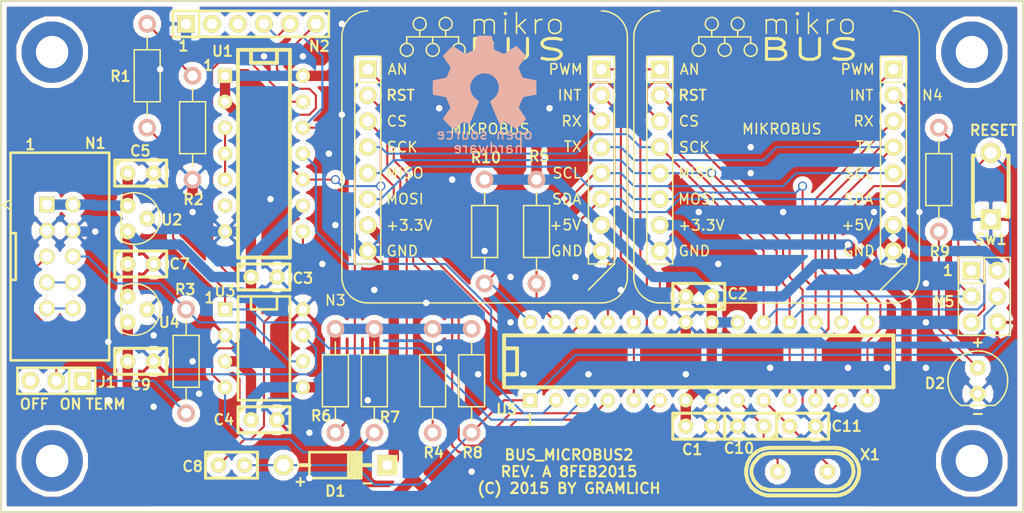
<source format=kicad_pcb>
(kicad_pcb (version 4) (host pcbnew "(2014-jul-16 BZR unknown)-product")
  (title_block (date "Fri 03 Oct 2014") (rev B))
  (layers (0 F.Cu signal) (31 B.Cu signal) (34 B.Paste user) (35 F.Paste user) (36 B.SilkS user) (37 F.SilkS user) (38 B.Mask user) (39 F.Mask user) (44 Edge.Cuts user))
  (net 0 "")
  (net 1 /D13)
  (net 2 GND)
  (net 3 "Net-(C10-Pad1)")
  (net 4 /~RESET)
  (net 5 "Net-(N2-Pad4)")
  (net 6 "Net-(N2-Pad5)")
  (net 7 "Net-(N2-Pad6)")
  (net 8 /TXD)
  (net 9 /RXD)
  (net 10 "Net-(J1-Pad1)")
  (net 11 "Net-(J1-Pad2)")
  (net 12 "Net-(N1-Pad7)")
  (net 13 "Net-(N1-Pad10)")
  (net 14 "Net-(D2-Pad+)")
  (net 15 /VIN)
  (net 16 3V3)
  (net 17 "Net-(C11-Pad1)")
  (net 18 "Net-(N1-Pad6)")
  (net 19 "Net-(R7-Pad1)")
  (net 20 "Net-(U1-Pad3)")
  (net 21 "Net-(C8-Pad1)")
  (net 22 +5V)
  (net 23 /D2)
  (net 24 /D3)
  (net 25 /D4)
  (net 26 /D5)
  (net 27 /D6)
  (net 28 /D7)
  (net 29 /D8)
  (net 30 /D9)
  (net 31 /D10)
  (net 32 /D11)
  (net 33 /D12)
  (net 34 /A0)
  (net 35 /A1)
  (net 36 /A2)
  (net 37 /A3)
  (net 38 /A4)
  (net 39 /A5)
  (module bus_microbus2:Capacitor3MMDiscRM2.5 (layer F.Cu) (at 168.275 141.605)
    (fp_text reference C1 (at -0.635 2.286) (layer F.SilkS) (effects (font (size 1.016 1.016) (thickness 0.2032))))
    (fp_text value .1uF hide)
    (pad 1 thru_hole circle (at -1.27 0) (size 1.50114 1.50114) (drill 0.8001) (layers *.Cu *.Mask F.SilkS) (net 22 +5V))
    (pad 2 thru_hole circle (at 1.27 0) (size 1.50114 1.50114) (drill 0.8001) (layers *.Cu *.Mask F.SilkS) (net 2 GND))
  )
  (module bus_microbus2:Capacitor3MMDiscRM2.5 (layer F.Cu) (at 168.275 128.905 180)
    (fp_text reference C2 (at -3.81 0.254 180) (layer F.SilkS) (effects (font (size 1.016 1.016) (thickness 0.2032))))
    (fp_text value .1uF hide)
    (pad 1 thru_hole circle (at -1.27 0 180) (size 1.50114 1.50114) (drill 0.8001) (layers *.Cu *.Mask F.SilkS) (net 22 +5V))
    (pad 2 thru_hole circle (at 1.27 0 180) (size 1.50114 1.50114) (drill 0.8001) (layers *.Cu *.Mask F.SilkS) (net 2 GND))
  )
  (module bus_microbus2:Capacitor3MMDiscRM2.5 (layer F.Cu) (at 125.73 127)
    (fp_text reference C3 (at 3.81 0.127) (layer F.SilkS) (effects (font (size 1.016 1.016) (thickness 0.2032))))
    (fp_text value .1uF hide)
    (pad 1 thru_hole circle (at -1.27 0) (size 1.50114 1.50114) (drill 0.8001) (layers *.Cu *.Mask F.SilkS) (net 22 +5V))
    (pad 2 thru_hole circle (at 1.27 0) (size 1.50114 1.50114) (drill 0.8001) (layers *.Cu *.Mask F.SilkS) (net 2 GND))
  )
  (module bus_microbus2:Capacitor3MMDiscRM2.5 (layer F.Cu) (at 125.73 140.97)
    (fp_text reference C4 (at -3.937 0) (layer F.SilkS) (effects (font (size 1.016 1.016) (thickness 0.2032))))
    (fp_text value .1uF hide)
    (pad 1 thru_hole circle (at -1.27 0) (size 1.50114 1.50114) (drill 0.8001) (layers *.Cu *.Mask F.SilkS) (net 22 +5V))
    (pad 2 thru_hole circle (at 1.27 0) (size 1.50114 1.50114) (drill 0.8001) (layers *.Cu *.Mask F.SilkS) (net 2 GND))
  )
  (module bus_microbus2:Capacitor3MMDiscRM2.5 (layer F.Cu) (at 113.665 116.84)
    (fp_text reference C5 (at -0.04 -2.17) (layer F.SilkS) (effects (font (size 1.016 1.016) (thickness 0.2032))))
    (fp_text value 1uF hide)
    (pad 1 thru_hole circle (at -1.27 0) (size 1.50114 1.50114) (drill 0.8001) (layers *.Cu *.Mask F.SilkS) (net 15 /VIN))
    (pad 2 thru_hole circle (at 1.27 0) (size 1.50114 1.50114) (drill 0.8001) (layers *.Cu *.Mask F.SilkS) (net 2 GND))
  )
  (module bus_microbus2:Capacitor3MMDiscRM2.5 (layer F.Cu) (at 113.665 125.73)
    (fp_text reference C7 (at 3.81 0) (layer F.SilkS) (effects (font (size 1.016 1.016) (thickness 0.2032))))
    (fp_text value 1uF hide)
    (pad 1 thru_hole circle (at -1.27 0) (size 1.50114 1.50114) (drill 0.8001) (layers *.Cu *.Mask F.SilkS) (net 22 +5V))
    (pad 2 thru_hole circle (at 1.27 0) (size 1.50114 1.50114) (drill 0.8001) (layers *.Cu *.Mask F.SilkS) (net 2 GND))
  )
  (module bus_microbus2:Capacitor3MMDiscRM2.5 (layer F.Cu) (at 122.555 145.415)
    (fp_text reference C8 (at -3.81 0.127) (layer F.SilkS) (effects (font (size 1.016 1.016) (thickness 0.2032))))
    (fp_text value .1uF hide)
    (pad 1 thru_hole circle (at -1.27 0) (size 1.50114 1.50114) (drill 0.8001) (layers *.Cu *.Mask F.SilkS) (net 21 "Net-(C8-Pad1)"))
    (pad 2 thru_hole circle (at 1.27 0) (size 1.50114 1.50114) (drill 0.8001) (layers *.Cu *.Mask F.SilkS) (net 4 /~RESET))
  )
  (module bus_microbus2:Capacitor3MMDiscRM2.5 (layer F.Cu) (at 113.665 135.255)
    (fp_text reference C9 (at 0 2.286) (layer F.SilkS) (effects (font (size 1.016 1.016) (thickness 0.2032))))
    (fp_text value 1uF hide)
    (pad 1 thru_hole circle (at -1.27 0) (size 1.50114 1.50114) (drill 0.8001) (layers *.Cu *.Mask F.SilkS) (net 16 3V3))
    (pad 2 thru_hole circle (at 1.27 0) (size 1.50114 1.50114) (drill 0.8001) (layers *.Cu *.Mask F.SilkS) (net 2 GND))
  )
  (module bus_microbus2:Capacitor3MMDiscRM2.5 (layer F.Cu) (at 173.355 141.605 180)
    (fp_text reference C10 (at 1.143 -2.159 180) (layer F.SilkS) (effects (font (size 1.016 1.016) (thickness 0.2032))))
    (fp_text value 18pF hide)
    (pad 1 thru_hole circle (at -1.27 0 180) (size 1.50114 1.50114) (drill 0.8001) (layers *.Cu *.Mask F.SilkS) (net 3 "Net-(C10-Pad1)"))
    (pad 2 thru_hole circle (at 1.27 0 180) (size 1.50114 1.50114) (drill 0.8001) (layers *.Cu *.Mask F.SilkS) (net 2 GND))
  )
  (module bus_microbus2:Capacitor3MMDiscRM2.5 (layer F.Cu) (at 178.435 141.605)
    (fp_text reference C11 (at 4.318 0) (layer F.SilkS) (effects (font (size 1.016 1.016) (thickness 0.2032))))
    (fp_text value 18pF hide)
    (pad 1 thru_hole circle (at -1.27 0) (size 1.50114 1.50114) (drill 0.8001) (layers *.Cu *.Mask F.SilkS) (net 17 "Net-(C11-Pad1)"))
    (pad 2 thru_hole circle (at 1.27 0) (size 1.50114 1.50114) (drill 0.8001) (layers *.Cu *.Mask F.SilkS) (net 2 GND))
  )
  (module bus_microbus2:Diode_DO-41_SOD81_Horizontal_RM10 (layer F.Cu) (at 132.715 145.415)
    (fp_text reference D1 (at 0 2.54) (layer F.SilkS) (effects (font (size 1.016 1.016) (thickness 0.2032))))
    (fp_text value SD101C-TR hide)
    (fp_text user - (at 3.14 1.71) (layer F.SilkS) (effects (font (size 1.016 1.016) (thickness 0.2032))))
    (fp_text user + (at -3.42 1.56) (layer F.SilkS) (effects (font (size 1.016 1.016) (thickness 0.2032))))
    (pad + thru_hole circle (at -5.08 0) (size 1.99898 1.99898) (drill 1.27) (layers *.Cu *.Mask F.SilkS) (net 4 /~RESET))
    (pad - thru_hole rect (at 5.08 0) (size 1.99898 1.99898) (drill 1.00076) (layers *.Cu *.Mask F.SilkS) (net 22 +5V))
  )
  (module bus_microbus2:T1_LED (layer F.Cu) (at 195.58 137.16)
    (fp_text reference D2 (at -4.191 0.254) (layer F.SilkS) (effects (font (size 1.016 1.016) (thickness 0.2032))))
    (fp_text value LED hide)
    (fp_text user - (at 0 3.175) (layer F.SilkS) (effects (font (size 1.016 1.016) (thickness 0.2032))))
    (fp_text user + (at 0 -3.81) (layer F.SilkS) (effects (font (size 1.016 1.016) (thickness 0.2032))))
    (pad + thru_hole circle (at 0 -1.27) (size 1.524 1.524) (drill 0.762) (layers *.Cu *.Mask F.SilkS) (net 14 "Net-(D2-Pad+)"))
    (pad - thru_hole circle (at 0 1.27) (size 1.524 1.524) (drill 0.762) (layers *.Cu *.Mask F.SilkS) (net 2 GND))
  )
  (module bus_microbus2:OSHW_LOGO_400mil (layer B.Cu) (at 147.32 107.95 180)
    (fp_text reference G1 hide)
    (fp_text value OSHW_LOGO hide)
  )
  (module bus_microbus2:MountingHole_3mm (layer F.Cu) (at 105 105)
    (fp_text reference H1 (at 0 0) (layer F.SilkS) (effects (font (size 1.016 1.016) (thickness 0.2032))))
    (fp_text value 3MM_HOLE hide)
    (pad 1 thru_hole circle (at 0 0) (size 6 6) (drill 3.175) (layers *.Cu))
  )
  (module bus_microbus2:MountingHole_3mm (layer F.Cu) (at 195 105)
    (fp_text reference H2 (at 0 0) (layer F.SilkS) (effects (font (size 1.016 1.016) (thickness 0.2032))))
    (fp_text value 3MM_HOLE hide)
    (pad 1 thru_hole circle (at 0 0) (size 6 6) (drill 3.175) (layers *.Cu))
  )
  (module bus_microbus2:MountingHole_3mm (layer F.Cu) (at 105 145)
    (fp_text reference H3 (at 0 0) (layer F.SilkS) (effects (font (size 1.016 1.016) (thickness 0.2032))))
    (fp_text value 3MM_HOLE hide)
    (pad 1 thru_hole circle (at 0 0) (size 6 6) (drill 3.175) (layers *.Cu))
  )
  (module bus_microbus2:MountingHole_3mm (layer F.Cu) (at 195 145)
    (fp_text reference H4 (at 0 0) (layer F.SilkS) (effects (font (size 1.016 1.016) (thickness 0.2032))))
    (fp_text value 3MM_HOLE hide)
    (pad 1 thru_hole circle (at 0 0) (size 6 6) (drill 3.175) (layers *.Cu))
  )
  (module bus_microbus2:Pin_Header_Straight_1x03 (layer F.Cu) (at 105.41 137.16 180)
    (fp_text reference J1 (at -4.953 -0.127 180) (layer F.SilkS) (effects (font (size 1.016 1.016) (thickness 0.2032))))
    (fp_text value TERMINATE_JUMPER hide)
    (pad 1 thru_hole rect (at -2.54 0 180) (size 1.7272 1.7272) (drill 1.016) (layers *.Cu *.Mask F.SilkS) (net 10 "Net-(J1-Pad1)"))
    (pad 2 thru_hole circle (at 0 0 180) (size 1.7272 1.7272) (drill 1.016) (layers *.Cu *.Mask F.SilkS) (net 11 "Net-(J1-Pad2)"))
    (pad 3 thru_hole circle (at 2.54 0 180) (size 1.7272 1.7272) (drill 1.016) (layers *.Cu *.Mask F.SilkS))
  )
  (module bus_microbus2:Pin_Header_Straight_2x05_Shrouded (layer F.Cu) (at 105.76 125 270)
    (fp_text reference N1 (at -11.081 -3.46 540) (layer F.SilkS) (effects (font (size 1.016 1.016) (thickness 0.2032))))
    (fp_text value BUS_SLAVE_HEADER hide)
    (pad 1 thru_hole rect (at -5.08 1.27 270) (size 1.524 1.524) (drill 1.016) (layers *.Cu *.Mask F.SilkS) (net 15 /VIN))
    (pad 2 thru_hole circle (at -5.08 -1.27 270) (size 1.524 1.524) (drill 1.016) (layers *.Cu *.Mask F.SilkS) (net 15 /VIN))
    (pad 3 thru_hole circle (at -2.54 1.27 270) (size 1.524 1.524) (drill 1.016) (layers *.Cu *.Mask F.SilkS) (net 2 GND))
    (pad 4 thru_hole circle (at -2.54 -1.27 270) (size 1.524 1.524) (drill 1.016) (layers *.Cu *.Mask F.SilkS) (net 2 GND))
    (pad 5 thru_hole circle (at 0 1.27 270) (size 1.524 1.524) (drill 1.016) (layers *.Cu *.Mask F.SilkS) (net 11 "Net-(J1-Pad2)"))
    (pad 6 thru_hole circle (at 0 -1.27 270) (size 1.524 1.524) (drill 1.016) (layers *.Cu *.Mask F.SilkS) (net 18 "Net-(N1-Pad6)"))
    (pad 7 thru_hole circle (at 2.54 1.27 270) (size 1.524 1.524) (drill 1.016) (layers *.Cu *.Mask F.SilkS) (net 12 "Net-(N1-Pad7)"))
    (pad 8 thru_hole circle (at 2.54 -1.27 270) (size 1.524 1.524) (drill 1.016) (layers *.Cu *.Mask F.SilkS) (net 12 "Net-(N1-Pad7)"))
    (pad 9 thru_hole circle (at 5.08 1.27 270) (size 1.524 1.524) (drill 1.016) (layers *.Cu *.Mask F.SilkS) (net 13 "Net-(N1-Pad10)"))
    (pad 10 thru_hole circle (at 5.08 -1.27 270) (size 1.524 1.524) (drill 1.016) (layers *.Cu *.Mask F.SilkS) (net 13 "Net-(N1-Pad10)"))
  )
  (module bus_microbus2:Pin_Header_Straight_1x06 (layer F.Cu) (at 124.46 102.235)
    (fp_text reference N2 (at 6.6802 2.1844) (layer F.SilkS) (effects (font (size 1.016 1.016) (thickness 0.2032))))
    (fp_text value FTDI_HEADER hide)
    (pad 1 thru_hole rect (at -6.35 0) (size 1.7272 1.7272) (drill 1.016) (layers *.Cu *.Mask F.SilkS) (net 2 GND))
    (pad 2 thru_hole circle (at -3.81 0) (size 1.7272 1.7272) (drill 1.016) (layers *.Cu *.Mask F.SilkS))
    (pad 3 thru_hole circle (at -1.27 0) (size 1.7272 1.7272) (drill 1.016) (layers *.Cu *.Mask F.SilkS))
    (pad 4 thru_hole circle (at 1.27 0) (size 1.7272 1.7272) (drill 1.016) (layers *.Cu *.Mask F.SilkS) (net 5 "Net-(N2-Pad4)"))
    (pad 5 thru_hole circle (at 3.81 0) (size 1.7272 1.7272) (drill 1.016) (layers *.Cu *.Mask F.SilkS) (net 6 "Net-(N2-Pad5)"))
    (pad 6 thru_hole circle (at 6.35 0) (size 1.7272 1.7272) (drill 1.016) (layers *.Cu *.Mask F.SilkS) (net 7 "Net-(N2-Pad6)"))
  )
  (module bus_microbus2:mikrobus (layer F.Cu) (at 147.32 115.57)
    (fp_text reference N3 (at -14.605 13.716) (layer F.SilkS) (effects (font (size 1.016 1.016) (thickness 0.1524))))
    (fp_text value MIKROBUS (at 0.508 -3.048) (layer F.SilkS) (effects (font (size 1.016 1.016) (thickness 0.1524))))
    (fp_text user BUS (at 3.175 -10.795) (layer F.SilkS) (effects (font (size 2.032 3.302) (thickness 0.3048))))
    (fp_text user mikro (at 3.175 -13.335) (layer F.SilkS) (effects (font (size 2.032 2.286) (thickness 0.1524))))
    (fp_text user PWM (at 7.9248 -8.89) (layer F.SilkS) (effects (font (size 1.016 1.016) (thickness 0.1524))))
    (fp_text user INT (at 8.3058 -6.35) (layer F.SilkS) (effects (font (size 1.016 1.016) (thickness 0.1524))))
    (fp_text user RX (at 8.509 -3.81) (layer F.SilkS) (effects (font (size 1.016 1.016) (thickness 0.1524))))
    (fp_text user TX (at 8.636 -1.3208) (layer F.SilkS) (effects (font (size 1.016 1.016) (thickness 0.1524))))
    (fp_text user SCL (at 8.0518 1.27) (layer F.SilkS) (effects (font (size 1.016 1.016) (thickness 0.1524))))
    (fp_text user SDA (at 8.0264 3.81) (layer F.SilkS) (effects (font (size 1.016 1.016) (thickness 0.1524))))
    (fp_text user +5V (at 7.8994 6.35) (layer F.SilkS) (effects (font (size 1.016 1.016) (thickness 0.1524))))
    (fp_text user GND (at 8.0518 8.89) (layer F.SilkS) (effects (font (size 1.016 1.016) (thickness 0.1524))))
    (fp_text user GND (at -8.0518 8.89) (layer F.SilkS) (effects (font (size 1.016 1.016) (thickness 0.1524))))
    (fp_text user +3.3V (at -7.366 6.3754) (layer F.SilkS) (effects (font (size 1.016 1.016) (thickness 0.1524))))
    (fp_text user MOSI (at -7.7978 3.81) (layer F.SilkS) (effects (font (size 1.016 1.016) (thickness 0.1524))))
    (fp_text user MISO (at -7.7978 1.27) (layer F.SilkS) (effects (font (size 1.016 1.016) (thickness 0.1524))))
    (fp_text user SCK (at -8.0518 -1.27) (layer F.SilkS) (effects (font (size 1.016 1.016) (thickness 0.1524))))
    (fp_text user CS (at -8.5852 -3.81) (layer F.SilkS) (effects (font (size 1.016 1.016) (thickness 0.1524))))
    (fp_text user RST (at -8.2042 -6.35) (layer F.SilkS) (effects (font (size 1.016 1.016) (thickness 0.1524))))
    (fp_text user RST (at -8.255 -6.35) (layer F.SilkS) (effects (font (size 1.016 1.016) (thickness 0.1524))))
    (fp_text user AN (at -8.509 -8.89) (layer F.SilkS) (effects (font (size 1.016 1.016) (thickness 0.1524))))
    (pad 1 thru_hole rect (at -11.43 -8.89) (size 1.7272 1.7272) (drill 1.016) (layers *.Cu *.Mask F.SilkS) (net 37 /A3))
    (pad 9 thru_hole rect (at 11.43 -8.89) (size 1.7272 1.7272) (drill 1.016) (layers *.Cu *.Mask F.SilkS) (net 24 /D3))
    (pad 2 thru_hole circle (at -11.43 -6.35) (size 1.7272 1.7272) (drill 1.016) (layers *.Cu *.Mask F.SilkS) (net 23 /D2))
    (pad 3 thru_hole circle (at -11.43 -3.81) (size 1.7272 1.7272) (drill 1.016) (layers *.Cu *.Mask F.SilkS) (net 25 /D4))
    (pad 4 thru_hole circle (at -11.43 -1.27) (size 1.7272 1.7272) (drill 1.016) (layers *.Cu *.Mask F.SilkS) (net 1 /D13))
    (pad 5 thru_hole circle (at -11.43 1.27) (size 1.7272 1.7272) (drill 1.016) (layers *.Cu *.Mask F.SilkS) (net 33 /D12))
    (pad 6 thru_hole circle (at -11.43 3.81) (size 1.7272 1.7272) (drill 1.016) (layers *.Cu *.Mask F.SilkS) (net 32 /D11))
    (pad 7 thru_hole circle (at -11.43 6.35) (size 1.7272 1.7272) (drill 1.016) (layers *.Cu *.Mask F.SilkS) (net 16 3V3))
    (pad 8 thru_hole circle (at -11.43 8.89) (size 1.7272 1.7272) (drill 1.016) (layers *.Cu *.Mask F.SilkS) (net 2 GND))
    (pad 10 thru_hole circle (at 11.43 -6.35) (size 1.7272 1.7272) (drill 1.016) (layers *.Cu *.Mask F.SilkS) (net 36 /A2))
    (pad 11 thru_hole circle (at 11.43 -3.81) (size 1.7272 1.7272) (drill 1.016) (layers *.Cu *.Mask F.SilkS) (net 35 /A1))
    (pad 12 thru_hole circle (at 11.43 -1.27) (size 1.7272 1.7272) (drill 1.016) (layers *.Cu *.Mask F.SilkS) (net 30 /D9))
    (pad 13 thru_hole circle (at 11.43 1.27) (size 1.7272 1.7272) (drill 1.016) (layers *.Cu *.Mask F.SilkS) (net 39 /A5))
    (pad 14 thru_hole circle (at 11.43 3.81) (size 1.7272 1.7272) (drill 1.016) (layers *.Cu *.Mask F.SilkS) (net 38 /A4))
    (pad 15 thru_hole circle (at 11.43 6.35) (size 1.7272 1.7272) (drill 1.016) (layers *.Cu *.Mask F.SilkS) (net 22 +5V))
    (pad 16 thru_hole circle (at 11.43 8.89) (size 1.7272 1.7272) (drill 1.016) (layers *.Cu *.Mask F.SilkS) (net 2 GND))
  )
  (module bus_microbus2:mikrobus (layer F.Cu) (at 175.895 115.57)
    (fp_text reference N4 (at 15.24 -6.35) (layer F.SilkS) (effects (font (size 1.016 1.016) (thickness 0.1524))))
    (fp_text value MIKROBUS (at 0.508 -3.048) (layer F.SilkS) (effects (font (size 1.016 1.016) (thickness 0.1524))))
    (fp_text user BUS (at 3.175 -10.795) (layer F.SilkS) (effects (font (size 2.032 3.302) (thickness 0.3048))))
    (fp_text user mikro (at 3.175 -13.335) (layer F.SilkS) (effects (font (size 2.032 2.286) (thickness 0.1524))))
    (fp_text user PWM (at 7.9248 -8.89) (layer F.SilkS) (effects (font (size 1.016 1.016) (thickness 0.1524))))
    (fp_text user INT (at 8.3058 -6.35) (layer F.SilkS) (effects (font (size 1.016 1.016) (thickness 0.1524))))
    (fp_text user RX (at 8.509 -3.81) (layer F.SilkS) (effects (font (size 1.016 1.016) (thickness 0.1524))))
    (fp_text user TX (at 8.636 -1.3208) (layer F.SilkS) (effects (font (size 1.016 1.016) (thickness 0.1524))))
    (fp_text user SCL (at 8.0518 1.27) (layer F.SilkS) (effects (font (size 1.016 1.016) (thickness 0.1524))))
    (fp_text user SDA (at 8.0264 3.81) (layer F.SilkS) (effects (font (size 1.016 1.016) (thickness 0.1524))))
    (fp_text user +5V (at 7.8994 6.35) (layer F.SilkS) (effects (font (size 1.016 1.016) (thickness 0.1524))))
    (fp_text user GND (at 8.0518 8.89) (layer F.SilkS) (effects (font (size 1.016 1.016) (thickness 0.1524))))
    (fp_text user GND (at -8.0518 8.89) (layer F.SilkS) (effects (font (size 1.016 1.016) (thickness 0.1524))))
    (fp_text user +3.3V (at -7.366 6.3754) (layer F.SilkS) (effects (font (size 1.016 1.016) (thickness 0.1524))))
    (fp_text user MOSI (at -7.7978 3.81) (layer F.SilkS) (effects (font (size 1.016 1.016) (thickness 0.1524))))
    (fp_text user MISO (at -7.7978 1.27) (layer F.SilkS) (effects (font (size 1.016 1.016) (thickness 0.1524))))
    (fp_text user SCK (at -8.0518 -1.27) (layer F.SilkS) (effects (font (size 1.016 1.016) (thickness 0.1524))))
    (fp_text user CS (at -8.5852 -3.81) (layer F.SilkS) (effects (font (size 1.016 1.016) (thickness 0.1524))))
    (fp_text user RST (at -8.2042 -6.35) (layer F.SilkS) (effects (font (size 1.016 1.016) (thickness 0.1524))))
    (fp_text user RST (at -8.255 -6.35) (layer F.SilkS) (effects (font (size 1.016 1.016) (thickness 0.1524))))
    (fp_text user AN (at -8.509 -8.89) (layer F.SilkS) (effects (font (size 1.016 1.016) (thickness 0.1524))))
    (pad 1 thru_hole rect (at -11.43 -8.89) (size 1.7272 1.7272) (drill 1.016) (layers *.Cu *.Mask F.SilkS) (net 34 /A0))
    (pad 9 thru_hole rect (at 11.43 -8.89) (size 1.7272 1.7272) (drill 1.016) (layers *.Cu *.Mask F.SilkS) (net 27 /D6))
    (pad 2 thru_hole circle (at -11.43 -6.35) (size 1.7272 1.7272) (drill 1.016) (layers *.Cu *.Mask F.SilkS) (net 26 /D5))
    (pad 3 thru_hole circle (at -11.43 -3.81) (size 1.7272 1.7272) (drill 1.016) (layers *.Cu *.Mask F.SilkS) (net 28 /D7))
    (pad 4 thru_hole circle (at -11.43 -1.27) (size 1.7272 1.7272) (drill 1.016) (layers *.Cu *.Mask F.SilkS) (net 1 /D13))
    (pad 5 thru_hole circle (at -11.43 1.27) (size 1.7272 1.7272) (drill 1.016) (layers *.Cu *.Mask F.SilkS) (net 33 /D12))
    (pad 6 thru_hole circle (at -11.43 3.81) (size 1.7272 1.7272) (drill 1.016) (layers *.Cu *.Mask F.SilkS) (net 32 /D11))
    (pad 7 thru_hole circle (at -11.43 6.35) (size 1.7272 1.7272) (drill 1.016) (layers *.Cu *.Mask F.SilkS) (net 16 3V3))
    (pad 8 thru_hole circle (at -11.43 8.89) (size 1.7272 1.7272) (drill 1.016) (layers *.Cu *.Mask F.SilkS) (net 2 GND))
    (pad 10 thru_hole circle (at 11.43 -6.35) (size 1.7272 1.7272) (drill 1.016) (layers *.Cu *.Mask F.SilkS) (net 29 /D8))
    (pad 11 thru_hole circle (at 11.43 -3.81) (size 1.7272 1.7272) (drill 1.016) (layers *.Cu *.Mask F.SilkS) (net 31 /D10))
    (pad 12 thru_hole circle (at 11.43 -1.27) (size 1.7272 1.7272) (drill 1.016) (layers *.Cu *.Mask F.SilkS) (net 30 /D9))
    (pad 13 thru_hole circle (at 11.43 1.27) (size 1.7272 1.7272) (drill 1.016) (layers *.Cu *.Mask F.SilkS) (net 39 /A5))
    (pad 14 thru_hole circle (at 11.43 3.81) (size 1.7272 1.7272) (drill 1.016) (layers *.Cu *.Mask F.SilkS) (net 38 /A4))
    (pad 15 thru_hole circle (at 11.43 6.35) (size 1.7272 1.7272) (drill 1.016) (layers *.Cu *.Mask F.SilkS) (net 22 +5V))
    (pad 16 thru_hole circle (at 11.43 8.89) (size 1.7272 1.7272) (drill 1.016) (layers *.Cu *.Mask F.SilkS) (net 2 GND))
  )
  (module bus_microbus2:Pin_Header_Straight_2x03 (layer F.Cu) (at 196.215 128.905 270)
    (fp_text reference N5 (at 0.508 3.937 360) (layer F.SilkS) (effects (font (size 1.016 1.016) (thickness 0.2032))))
    (fp_text value ISP_CONN hide)
    (pad 1 thru_hole rect (at -2.54 1.27 270) (size 1.7272 1.7272) (drill 1.016) (layers *.Cu *.Mask F.SilkS) (net 33 /D12))
    (pad 2 thru_hole oval (at -2.54 -1.27 270) (size 1.7272 1.7272) (drill 1.016) (layers *.Cu *.Mask F.SilkS) (net 22 +5V))
    (pad 3 thru_hole oval (at 0 1.27 270) (size 1.7272 1.7272) (drill 1.016) (layers *.Cu *.Mask F.SilkS) (net 1 /D13))
    (pad 4 thru_hole oval (at 0 -1.27 270) (size 1.7272 1.7272) (drill 1.016) (layers *.Cu *.Mask F.SilkS) (net 32 /D11))
    (pad 5 thru_hole oval (at 2.54 1.27 270) (size 1.7272 1.7272) (drill 1.016) (layers *.Cu *.Mask F.SilkS) (net 4 /~RESET))
    (pad 6 thru_hole oval (at 2.54 -1.27 270) (size 1.7272 1.7272) (drill 1.016) (layers *.Cu *.Mask F.SilkS) (net 2 GND))
  )
  (module bus_microbus2:Resistor_Horizontal_400 (layer F.Cu) (at 114.3 107.315 270)
    (fp_text reference R1 (at 0.0508 2.6162 360) (layer F.SilkS) (effects (font (size 1.016 1.016) (thickness 0.2032))))
    (fp_text value 22K hide)
    (pad 1 thru_hole circle (at -5.08 0 270) (size 1.7272 1.7272) (drill 1.016) (layers *.Cu *.SilkS *.Mask) (net 6 "Net-(N2-Pad5)"))
    (pad 2 thru_hole circle (at 5.08 0 270) (size 1.7272 1.7272) (drill 1.016) (layers *.Cu *.SilkS *.Mask) (net 8 /TXD))
  )
  (module bus_microbus2:Resistor_Horizontal_400 (layer F.Cu) (at 118.745 112.395 90)
    (fp_text reference R2 (at -7.03072 0.09144 180) (layer F.SilkS) (effects (font (size 1.016 1.016) (thickness 0.2032))))
    (fp_text value 33K hide)
    (pad 1 thru_hole circle (at -5.08 0 90) (size 1.7272 1.7272) (drill 1.016) (layers *.Cu *.SilkS *.Mask) (net 2 GND))
    (pad 2 thru_hole circle (at 5.08 0 90) (size 1.7272 1.7272) (drill 1.016) (layers *.Cu *.SilkS *.Mask) (net 6 "Net-(N2-Pad5)"))
  )
  (module bus_microbus2:Resistor_Horizontal_400 (layer F.Cu) (at 118.11 135.255 270)
    (fp_text reference R3 (at -7.03072 0.09144 360) (layer F.SilkS) (effects (font (size 1.016 1.016) (thickness 0.2032))))
    (fp_text value 120 hide)
    (pad 1 thru_hole circle (at -5.08 0 270) (size 1.7272 1.7272) (drill 1.016) (layers *.Cu *.SilkS *.Mask) (net 18 "Net-(N1-Pad6)"))
    (pad 2 thru_hole circle (at 5.08 0 270) (size 1.7272 1.7272) (drill 1.016) (layers *.Cu *.SilkS *.Mask) (net 10 "Net-(J1-Pad1)"))
  )
  (module bus_microbus2:Resistor_Horizontal_400 (layer F.Cu) (at 142.24 137.16 90)
    (fp_text reference R4 (at -7.03072 0.09144 180) (layer F.SilkS) (effects (font (size 1.016 1.016) (thickness 0.2032))))
    (fp_text value 100K hide)
    (pad 1 thru_hole circle (at -5.08 0 90) (size 1.7272 1.7272) (drill 1.016) (layers *.Cu *.SilkS *.Mask) (net 7 "Net-(N2-Pad6)"))
    (pad 2 thru_hole circle (at 5.08 0 90) (size 1.7272 1.7272) (drill 1.016) (layers *.Cu *.SilkS *.Mask) (net 22 +5V))
  )
  (module bus_microbus2:Resistor_Horizontal_400 (layer F.Cu) (at 152.4 122.555 90)
    (fp_text reference R5 (at 7.366 0.254 180) (layer F.SilkS) (effects (font (size 1.016 1.016) (thickness 0.2032))))
    (fp_text value 4K7 hide)
    (pad 1 thru_hole circle (at -5.08 0 90) (size 1.7272 1.7272) (drill 1.016) (layers *.Cu *.SilkS *.Mask) (net 38 /A4))
    (pad 2 thru_hole circle (at 5.08 0 90) (size 1.7272 1.7272) (drill 1.016) (layers *.Cu *.SilkS *.Mask) (net 22 +5V))
  )
  (module bus_microbus2:Resistor_Horizontal_400 (layer F.Cu) (at 132.715 137.16 90)
    (fp_text reference R6 (at -3.429 -1.397 180) (layer F.SilkS) (effects (font (size 1.016 1.016) (thickness 0.2032))))
    (fp_text value 100K hide)
    (pad 1 thru_hole circle (at -5.08 0 90) (size 1.7272 1.7272) (drill 1.016) (layers *.Cu *.SilkS *.Mask) (net 5 "Net-(N2-Pad4)"))
    (pad 2 thru_hole circle (at 5.08 0 90) (size 1.7272 1.7272) (drill 1.016) (layers *.Cu *.SilkS *.Mask) (net 22 +5V))
  )
  (module bus_microbus2:Resistor_Horizontal_400 (layer F.Cu) (at 136.525 137.16 90)
    (fp_text reference R7 (at -3.556 1.524 180) (layer F.SilkS) (effects (font (size 1.016 1.016) (thickness 0.2032))))
    (fp_text value 100K hide)
    (pad 1 thru_hole circle (at -5.08 0 90) (size 1.7272 1.7272) (drill 1.016) (layers *.Cu *.SilkS *.Mask) (net 19 "Net-(R7-Pad1)"))
    (pad 2 thru_hole circle (at 5.08 0 90) (size 1.7272 1.7272) (drill 1.016) (layers *.Cu *.SilkS *.Mask) (net 22 +5V))
  )
  (module bus_microbus2:Resistor_Horizontal_400 (layer F.Cu) (at 146.05 137.16 90)
    (fp_text reference R8 (at -7.03072 0.09144 180) (layer F.SilkS) (effects (font (size 1.016 1.016) (thickness 0.2032))))
    (fp_text value 10K hide)
    (pad 1 thru_hole circle (at -5.08 0 90) (size 1.7272 1.7272) (drill 1.016) (layers *.Cu *.SilkS *.Mask) (net 4 /~RESET))
    (pad 2 thru_hole circle (at 5.08 0 90) (size 1.7272 1.7272) (drill 1.016) (layers *.Cu *.SilkS *.Mask) (net 22 +5V))
  )
  (module bus_microbus2:Resistor_Horizontal_400 (layer F.Cu) (at 191.77 117.475 90)
    (fp_text reference R9 (at -7.03072 0.09144 180) (layer F.SilkS) (effects (font (size 1.016 1.016) (thickness 0.2032))))
    (fp_text value 470 hide)
    (pad 1 thru_hole circle (at -5.08 0 90) (size 1.7272 1.7272) (drill 1.016) (layers *.Cu *.SilkS *.Mask) (net 14 "Net-(D2-Pad+)"))
    (pad 2 thru_hole circle (at 5.08 0 90) (size 1.7272 1.7272) (drill 1.016) (layers *.Cu *.SilkS *.Mask) (net 1 /D13))
  )
  (module bus_microbus2:Resistor_Horizontal_400 (layer F.Cu) (at 147.32 122.555 90)
    (fp_text reference R10 (at 7.239 0.127 180) (layer F.SilkS) (effects (font (size 1.016 1.016) (thickness 0.2032))))
    (fp_text value 4K7 hide)
    (pad 1 thru_hole circle (at -5.08 0 90) (size 1.7272 1.7272) (drill 1.016) (layers *.Cu *.SilkS *.Mask) (net 39 /A5))
    (pad 2 thru_hole circle (at 5.08 0 90) (size 1.7272 1.7272) (drill 1.016) (layers *.Cu *.SilkS *.Mask) (net 22 +5V))
  )
  (module bus_microbus2:Button_6.5MM (layer F.Cu) (at 196.85 118.11 90)
    (fp_text reference SW1 (at -5.207 0 360) (layer F.SilkS) (effects (font (size 1.016 1.016) (thickness 0.2032))))
    (fp_text value MJTP1243 hide)
    (pad 1 thru_hole rect (at -3.2512 0 90) (size 1.99898 1.99898) (drill 1.19888) (layers *.Cu *.Mask F.SilkS) (net 2 GND))
    (pad 2 thru_hole circle (at 3.2512 0 90) (size 1.99898 1.99898) (drill 1.19888) (layers *.Cu *.Mask F.SilkS) (net 4 /~RESET))
  )
  (module bus_microbus2:DIP-14__300 (layer F.Cu) (at 125.73 114.935 270)
    (fp_text reference U1 (at -10.033 4.064 360) (layer F.SilkS) (effects (font (size 1.016 1.016) (thickness 0.2032))))
    (fp_text value 74HCT08 hide)
    (pad 1 thru_hole rect (at -7.62 3.81 270) (size 1.397 1.397) (drill 0.8128) (layers *.Cu *.Mask F.SilkS) (net 22 +5V))
    (pad 2 thru_hole circle (at -5.08 3.81 270) (size 1.397 1.397) (drill 0.8128) (layers *.Cu *.Mask F.SilkS) (net 22 +5V))
    (pad 3 thru_hole circle (at -2.54 3.81 270) (size 1.397 1.397) (drill 0.8128) (layers *.Cu *.Mask F.SilkS) (net 20 "Net-(U1-Pad3)"))
    (pad 4 thru_hole circle (at 0 3.81 270) (size 1.397 1.397) (drill 0.8128) (layers *.Cu *.Mask F.SilkS) (net 20 "Net-(U1-Pad3)"))
    (pad 5 thru_hole circle (at 2.54 3.81 270) (size 1.397 1.397) (drill 0.8128) (layers *.Cu *.Mask F.SilkS) (net 20 "Net-(U1-Pad3)"))
    (pad 6 thru_hole circle (at 5.08 3.81 270) (size 1.397 1.397) (drill 0.8128) (layers *.Cu *.Mask F.SilkS))
    (pad 7 thru_hole circle (at 7.62 3.81 270) (size 1.397 1.397) (drill 0.8128) (layers *.Cu *.Mask F.SilkS) (net 2 GND))
    (pad 8 thru_hole circle (at 7.62 -3.81 270) (size 1.397 1.397) (drill 0.8128) (layers *.Cu *.Mask F.SilkS) (net 21 "Net-(C8-Pad1)"))
    (pad 9 thru_hole circle (at 5.08 -3.81 270) (size 1.397 1.397) (drill 0.8128) (layers *.Cu *.Mask F.SilkS) (net 22 +5V))
    (pad 10 thru_hole circle (at 2.54 -3.81 270) (size 1.397 1.397) (drill 0.8128) (layers *.Cu *.Mask F.SilkS) (net 7 "Net-(N2-Pad6)"))
    (pad 11 thru_hole circle (at 0 -3.81 270) (size 1.397 1.397) (drill 0.8128) (layers *.Cu *.Mask F.SilkS) (net 9 /RXD))
    (pad 12 thru_hole circle (at -2.54 -3.81 270) (size 1.397 1.397) (drill 0.8128) (layers *.Cu *.Mask F.SilkS) (net 5 "Net-(N2-Pad4)"))
    (pad 13 thru_hole circle (at -5.08 -3.81 270) (size 1.397 1.397) (drill 0.8128) (layers *.Cu *.Mask F.SilkS) (net 19 "Net-(R7-Pad1)"))
    (pad 14 thru_hole circle (at -7.62 -3.81 270) (size 1.397 1.397) (drill 0.8128) (layers *.Cu *.Mask F.SilkS) (net 22 +5V))
  )
  (module bus_microbus2:TO92_123 (layer F.Cu) (at 113.03 121.285 270)
    (fp_text reference U2 (at 0.127 -3.683 540) (layer F.SilkS) (effects (font (size 1.016 1.016) (thickness 0.2032))))
    (fp_text value 78L05AC hide)
    (pad 1 thru_hole circle (at -1.27 0.635 270) (size 1.524 1.524) (drill 0.762) (layers *.Cu *.Mask F.SilkS) (net 15 /VIN))
    (pad 2 thru_hole circle (at 0 -1.27 270) (size 1.524 1.524) (drill 0.762) (layers *.Cu *.Mask F.SilkS) (net 2 GND))
    (pad 3 thru_hole circle (at 1.27 0.635 270) (size 1.524 1.524) (drill 0.762) (layers *.Cu *.Mask F.SilkS) (net 22 +5V))
  )
  (module bus_microbus2:DIP-8__300 (layer F.Cu) (at 125.73 133.985 270)
    (fp_text reference U3 (at -5.588 3.81 360) (layer F.SilkS) (effects (font (size 1.016 1.016) (thickness 0.2032))))
    (fp_text value MCP2562 hide)
    (pad 1 thru_hole rect (at -3.81 3.81 270) (size 1.397 1.397) (drill 0.8128) (layers *.Cu *.Mask F.SilkS) (net 8 /TXD))
    (pad 2 thru_hole circle (at -1.27 3.81 270) (size 1.397 1.397) (drill 0.8128) (layers *.Cu *.Mask F.SilkS) (net 2 GND))
    (pad 3 thru_hole circle (at 1.27 3.81 270) (size 1.397 1.397) (drill 0.8128) (layers *.Cu *.Mask F.SilkS) (net 22 +5V))
    (pad 4 thru_hole circle (at 3.81 3.81 270) (size 1.397 1.397) (drill 0.8128) (layers *.Cu *.Mask F.SilkS) (net 19 "Net-(R7-Pad1)"))
    (pad 5 thru_hole circle (at 3.81 -3.81 270) (size 1.397 1.397) (drill 0.8128) (layers *.Cu *.Mask F.SilkS) (net 22 +5V))
    (pad 6 thru_hole circle (at 1.27 -3.81 270) (size 1.397 1.397) (drill 0.8128) (layers *.Cu *.Mask F.SilkS) (net 18 "Net-(N1-Pad6)"))
    (pad 7 thru_hole circle (at -1.27 -3.81 270) (size 1.397 1.397) (drill 0.8128) (layers *.Cu *.Mask F.SilkS) (net 11 "Net-(J1-Pad2)"))
    (pad 8 thru_hole circle (at -3.81 -3.81 270) (size 1.397 1.397) (drill 0.8128) (layers *.Cu *.Mask F.SilkS) (net 2 GND))
  )
  (module bus_microbus2:TO92_123 (layer F.Cu) (at 113.03 130.175 270)
    (fp_text reference U4 (at 1.27 -3.429 540) (layer F.SilkS) (effects (font (size 1.016 1.016) (thickness 0.2032))))
    (fp_text value L78L33AC hide)
    (pad 1 thru_hole circle (at -1.27 0.635 270) (size 1.524 1.524) (drill 0.762) (layers *.Cu *.Mask F.SilkS) (net 22 +5V))
    (pad 2 thru_hole circle (at 0 -1.27 270) (size 1.524 1.524) (drill 0.762) (layers *.Cu *.Mask F.SilkS) (net 2 GND))
    (pad 3 thru_hole circle (at 1.27 0.635 270) (size 1.524 1.524) (drill 0.762) (layers *.Cu *.Mask F.SilkS) (net 16 3V3))
  )
  (module bus_microbus2:DIP-28__300 (layer F.Cu) (at 168.275 135.255)
    (fp_text reference U5 (at -18.796 4.699 180) (layer F.SilkS) (effects (font (size 1.016 1.016) (thickness 0.2032))))
    (fp_text value ATMEGA328_DIP28 hide)
    (pad 2 thru_hole circle (at -13.97 3.81) (size 1.397 1.397) (drill 0.8128) (layers *.Cu *.Mask F.SilkS) (net 9 /RXD))
    (pad 3 thru_hole circle (at -11.43 3.81) (size 1.397 1.397) (drill 0.8128) (layers *.Cu *.Mask F.SilkS) (net 8 /TXD))
    (pad 4 thru_hole circle (at -8.89 3.81) (size 1.397 1.397) (drill 0.8128) (layers *.Cu *.Mask F.SilkS) (net 23 /D2))
    (pad 5 thru_hole circle (at -6.35 3.81) (size 1.397 1.397) (drill 0.8128) (layers *.Cu *.Mask F.SilkS) (net 24 /D3))
    (pad 6 thru_hole circle (at -3.81 3.81) (size 1.397 1.397) (drill 0.8128) (layers *.Cu *.Mask F.SilkS) (net 25 /D4))
    (pad 7 thru_hole circle (at -1.27 3.81) (size 1.397 1.397) (drill 0.8128) (layers *.Cu *.Mask F.SilkS) (net 22 +5V))
    (pad 8 thru_hole circle (at 1.27 3.81) (size 1.397 1.397) (drill 0.8128) (layers *.Cu *.Mask F.SilkS) (net 2 GND))
    (pad 9 thru_hole circle (at 3.81 3.81) (size 1.397 1.397) (drill 0.8128) (layers *.Cu *.Mask F.SilkS) (net 3 "Net-(C10-Pad1)"))
    (pad 10 thru_hole circle (at 6.35 3.81) (size 1.397 1.397) (drill 0.8128) (layers *.Cu *.Mask F.SilkS) (net 17 "Net-(C11-Pad1)"))
    (pad 11 thru_hole circle (at 8.89 3.81) (size 1.397 1.397) (drill 0.8128) (layers *.Cu *.Mask F.SilkS) (net 26 /D5))
    (pad 12 thru_hole circle (at 11.43 3.81) (size 1.397 1.397) (drill 0.8128) (layers *.Cu *.Mask F.SilkS) (net 27 /D6))
    (pad 13 thru_hole circle (at 13.97 3.81) (size 1.397 1.397) (drill 0.8128) (layers *.Cu *.Mask F.SilkS) (net 28 /D7))
    (pad 14 thru_hole circle (at 16.51 3.81) (size 1.397 1.397) (drill 0.8128) (layers *.Cu *.Mask F.SilkS) (net 29 /D8))
    (pad 1 thru_hole rect (at -16.51 3.81) (size 1.397 1.397) (drill 0.8128) (layers *.Cu *.Mask F.SilkS) (net 4 /~RESET))
    (pad 15 thru_hole circle (at 16.51 -3.81) (size 1.397 1.397) (drill 0.8128) (layers *.Cu *.Mask F.SilkS) (net 30 /D9))
    (pad 16 thru_hole circle (at 13.97 -3.81) (size 1.397 1.397) (drill 0.8128) (layers *.Cu *.Mask F.SilkS) (net 31 /D10))
    (pad 17 thru_hole circle (at 11.43 -3.81) (size 1.397 1.397) (drill 0.8128) (layers *.Cu *.Mask F.SilkS) (net 32 /D11))
    (pad 18 thru_hole circle (at 8.89 -3.81) (size 1.397 1.397) (drill 0.8128) (layers *.Cu *.Mask F.SilkS) (net 33 /D12))
    (pad 19 thru_hole circle (at 6.35 -3.81) (size 1.397 1.397) (drill 0.8128) (layers *.Cu *.Mask F.SilkS) (net 1 /D13))
    (pad 20 thru_hole circle (at 3.81 -3.81) (size 1.397 1.397) (drill 0.8128) (layers *.Cu *.Mask F.SilkS) (net 22 +5V))
    (pad 21 thru_hole circle (at 1.27 -3.81) (size 1.397 1.397) (drill 0.8128) (layers *.Cu *.Mask F.SilkS) (net 22 +5V))
    (pad 22 thru_hole circle (at -1.27 -3.81) (size 1.397 1.397) (drill 0.8128) (layers *.Cu *.Mask F.SilkS) (net 2 GND))
    (pad 23 thru_hole circle (at -3.81 -3.81) (size 1.397 1.397) (drill 0.8128) (layers *.Cu *.Mask F.SilkS) (net 34 /A0))
    (pad 24 thru_hole circle (at -6.35 -3.81) (size 1.397 1.397) (drill 0.8128) (layers *.Cu *.Mask F.SilkS) (net 35 /A1))
    (pad 25 thru_hole circle (at -8.89 -3.81) (size 1.397 1.397) (drill 0.8128) (layers *.Cu *.Mask F.SilkS) (net 36 /A2))
    (pad 26 thru_hole circle (at -11.43 -3.81) (size 1.397 1.397) (drill 0.8128) (layers *.Cu *.Mask F.SilkS) (net 37 /A3))
    (pad 27 thru_hole circle (at -13.97 -3.81) (size 1.397 1.397) (drill 0.8128) (layers *.Cu *.Mask F.SilkS) (net 38 /A4))
    (pad 28 thru_hole circle (at -16.51 -3.81) (size 1.397 1.397) (drill 0.8128) (layers *.Cu *.Mask F.SilkS) (net 39 /A5))
  )
  (module bus_microbus2:Crystal_HC49-U_Vertical (layer F.Cu) (at 178.435 146.05)
    (fp_text reference X1 (at 6.604 -1.651) (layer F.SilkS) (effects (font (size 1.016 1.016) (thickness 0.2032))))
    (fp_text value 16MHz hide)
    (pad 1 thru_hole circle (at -2.44094 0) (size 1.50114 1.50114) (drill 0.8001) (layers *.Cu *.Mask F.SilkS) (net 3 "Net-(C10-Pad1)"))
    (pad 2 thru_hole circle (at 2.44094 0) (size 1.50114 1.50114) (drill 0.8001) (layers *.Cu *.Mask F.SilkS) (net 17 "Net-(C11-Pad1)"))
  )
  (gr_text 1 (at 192.659 126.365) (layer F.SilkS) (effects (font (size 1.016 1.016) (thickness 0.2032))))
  (gr_text 1 (at 151.765 140.97) (layer F.SilkS) (effects (font (size 1.016 1.016) (thickness 0.2032))))
  (gr_text 1 (at 120.396 129.032) (layer F.SilkS) (effects (font (size 1.016 1.016) (thickness 0.2032))))
  (gr_text 1 (at 120.269 106.299) (layer F.SilkS) (effects (font (size 1.016 1.016) (thickness 0.2032))))
  (gr_text "BUS_MICROBUS2\nREV. A 8FEB2015\n(C) 2015 BY GRAMLICH" (at 155.575 146.05) (layer F.SilkS) (effects (font (size 1.016 1.016) (thickness 0.2032))))
  (gr_text RESET (at 197.104 112.649) (layer F.SilkS) (effects (font (size 1.016 1.016) (thickness 0.2032))))
  (gr_text 1 (at 117.856 104.394) (layer F.SilkS) (effects (font (size 1.016 1.016) (thickness 0.2032))))
  (gr_text 1 (at 102.87 114.046) (layer F.SilkS) (effects (font (size 1.016 1.016) (thickness 0.2032))))
  (gr_text TERM (at 110.236 139.446) (layer F.SilkS) (effects (font (size 1.016 1.016) (thickness 0.2032))))
  (gr_text OFF (at 103.251 139.446) (layer F.SilkS) (effects (font (size 1.016 1.016) (thickness 0.2032))))
  (gr_text hardware (at 147.68322 114.38382) (layer B.SilkS) (effects (font (size 1.016 1.016) (thickness 0.1524)) (justify mirror)))
  (gr_text "open source" (at 147.32 113.03) (layer B.SilkS) (effects (font (size 1.016 1.016) (thickness 0.1524)) (justify mirror)))
  (gr_line (start 100 150) (end 100 100) (angle 90) (layer F.SilkS) (width 0.2032))
  (gr_line (start 200 150) (end 100 150) (angle 90) (layer F.SilkS) (width 0.2032))
  (gr_line (start 200 100) (end 200 150) (angle 90) (layer F.SilkS) (width 0.2032))
  (gr_line (start 100 100) (end 200 100) (angle 90) (layer F.SilkS) (width 0.2032))
  (gr_text ON (at 106.807 139.446) (layer F.SilkS) (effects (font (size 1.016 1.016) (thickness 0.2032))))
  (gr_line (start 200 150) (end 200 100) (angle 90) (layer Edge.Cuts) (width 0.1))
  (gr_line (start 100 150) (end 200 150) (angle 90) (layer Edge.Cuts) (width 0.1))
  (gr_line (start 100 100) (end 100 150) (angle 90) (layer Edge.Cuts) (width 0.1))
  (gr_line (start 100 100) (end 200 100) (angle 90) (layer Edge.Cuts) (width 0.1))
  (segment (start 162.56 114.3) (end 164.465 114.3) (width 0.2032) (layer B.Cu) (net 1))
  (segment (start 161.29 113.03) (end 162.56 114.3) (width 0.2032) (layer B.Cu) (net 1))
  (segment (start 158.115 113.03) (end 161.29 113.03) (width 0.2032) (layer B.Cu) (net 1))
  (segment (start 175.895 130.175) (end 177.165 130.175) (width 0.2032) (layer B.Cu) (net 1))
  (segment (start 177.165 130.175) (end 178.435 128.905) (width 0.2032) (layer B.Cu) (net 1))
  (segment (start 178.435 128.905) (end 194.945 128.905) (width 0.2032) (layer B.Cu) (net 1))
  (segment (start 174.625 131.445) (end 175.895 130.175) (width 0.2032) (layer B.Cu) (net 1))
  (segment (start 193.675 127.635) (end 193.675 114.3) (width 0.2032) (layer F.Cu) (net 1))
  (segment (start 193.675 114.3) (end 191.77 112.395) (width 0.2032) (layer F.Cu) (net 1))
  (segment (start 194.945 128.905) (end 193.675 127.635) (width 0.2032) (layer F.Cu) (net 1))
  (segment (start 174.625 124.46) (end 164.465 114.3) (width 0.2032) (layer F.Cu) (net 1))
  (segment (start 174.625 131.445) (end 174.625 124.46) (width 0.2032) (layer F.Cu) (net 1))
  (segment (start 137.16 114.3) (end 135.89 114.3) (width 0.2032) (layer B.Cu) (net 1))
  (segment (start 156.21 114.935) (end 137.795 114.935) (width 0.2032) (layer B.Cu) (net 1))
  (segment (start 137.795 114.935) (end 137.16 114.3) (width 0.2032) (layer B.Cu) (net 1))
  (segment (start 158.115 113.03) (end 156.21 114.935) (width 0.2032) (layer B.Cu) (net 1))
  (via (at 167.005 136.525) (size 0.889) (layers F.Cu B.Cu) (net 2))
  (segment (start 167.005 136.525) (end 167.005 131.445) (width 1.016) (layer F.Cu) (net 2))
  (segment (start 169.545 139.065) (end 167.005 136.525) (width 1.016) (layer B.Cu) (net 2))
  (via (at 157.48 136.525) (size 0.889) (layers F.Cu B.Cu) (net 2))
  (segment (start 157.48 136.525) (end 151.13 136.525) (width 1.016) (layer F.Cu) (net 2))
  (via (at 151.13 136.525) (size 0.889) (layers F.Cu B.Cu) (net 2))
  (segment (start 151.13 136.525) (end 149.86 135.255) (width 1.016) (layer B.Cu) (net 2))
  (segment (start 149.86 135.255) (end 149.86 131.445) (width 1.016) (layer B.Cu) (net 2))
  (via (at 149.86 131.445) (size 0.889) (layers F.Cu B.Cu) (net 2))
  (segment (start 149.86 131.445) (end 149.86 127) (width 1.016) (layer F.Cu) (net 2))
  (via (at 149.86 127) (size 0.889) (layers F.Cu B.Cu) (net 2))
  (segment (start 149.86 127) (end 147.32 124.46) (width 1.016) (layer B.Cu) (net 2))
  (via (at 147.32 124.46) (size 0.889) (layers F.Cu B.Cu) (net 2))
  (segment (start 167.005 136.525) (end 157.48 136.525) (width 1.016) (layer B.Cu) (net 2))
  (via (at 146.685 136.525) (size 0.889) (layers F.Cu B.Cu) (net 2))
  (segment (start 146.685 136.525) (end 144.145 133.985) (width 1.016) (layer B.Cu) (net 2))
  (segment (start 144.145 133.985) (end 142.875 133.985) (width 1.016) (layer B.Cu) (net 2))
  (via (at 142.875 133.985) (size 0.889) (layers F.Cu B.Cu) (net 2))
  (segment (start 151.13 136.525) (end 146.685 136.525) (width 1.016) (layer F.Cu) (net 2))
  (segment (start 125.095 104.775) (end 118.745 104.775) (width 1.016) (layer B.Cu) (net 2))
  (segment (start 118.745 104.775) (end 118.11 104.14) (width 1.016) (layer B.Cu) (net 2))
  (segment (start 118.11 104.14) (end 118.11 102.235) (width 1.016) (layer B.Cu) (net 2))
  (segment (start 142.875 110.49) (end 134.62 102.235) (width 1.016) (layer B.Cu) (net 2))
  (segment (start 137.16 124.46) (end 144.145 117.475) (width 1.016) (layer B.Cu) (net 2))
  (via (at 144.145 117.475) (size 0.889) (layers F.Cu B.Cu) (net 2))
  (segment (start 144.145 117.475) (end 142.875 116.205) (width 1.016) (layer F.Cu) (net 2))
  (segment (start 142.875 116.205) (end 142.875 110.49) (width 1.016) (layer F.Cu) (net 2))
  (via (at 142.875 110.49) (size 0.889) (layers F.Cu B.Cu) (net 2))
  (segment (start 135.89 124.46) (end 137.16 124.46) (width 1.016) (layer B.Cu) (net 2))
  (via (at 125.73 105.41) (size 0.889) (layers F.Cu B.Cu) (net 2))
  (segment (start 129.54 105.41) (end 125.73 105.41) (width 1.016) (layer B.Cu) (net 2))
  (via (at 129.54 105.41) (size 0.889) (layers F.Cu B.Cu) (net 2))
  (segment (start 130.81 105.41) (end 129.54 105.41) (width 1.016) (layer F.Cu) (net 2))
  (segment (start 133.35 102.87) (end 130.81 105.41) (width 1.016) (layer F.Cu) (net 2))
  (segment (start 133.35 102.235) (end 133.35 102.87) (width 1.016) (layer F.Cu) (net 2))
  (via (at 133.35 102.235) (size 0.889) (layers F.Cu B.Cu) (net 2))
  (segment (start 134.62 102.235) (end 133.35 102.235) (width 1.016) (layer B.Cu) (net 2))
  (segment (start 125.73 105.41) (end 125.095 104.775) (width 1.016) (layer B.Cu) (net 2))
  (segment (start 117.475 104.775) (end 115.57 106.68) (width 1.016) (layer B.Cu) (net 2))
  (via (at 115.57 106.68) (size 0.889) (layers F.Cu B.Cu) (net 2))
  (segment (start 118.745 104.775) (end 117.475 104.775) (width 1.016) (layer B.Cu) (net 2))
  (segment (start 120.65 122.555) (end 121.92 122.555) (width 1.016) (layer B.Cu) (net 2))
  (segment (start 118.745 117.475) (end 118.745 120.65) (width 1.016) (layer F.Cu) (net 2))
  (via (at 118.745 120.65) (size 0.889) (layers F.Cu B.Cu) (net 2))
  (segment (start 118.745 120.65) (end 120.65 122.555) (width 1.016) (layer B.Cu) (net 2))
  (segment (start 123.19 122.555) (end 126.365 119.38) (width 1.016) (layer B.Cu) (net 2))
  (via (at 126.365 119.38) (size 0.889) (layers F.Cu B.Cu) (net 2))
  (segment (start 121.92 122.555) (end 123.19 122.555) (width 1.016) (layer B.Cu) (net 2))
  (segment (start 133.35 102.87) (end 133.35 113.03) (width 1.016) (layer B.Cu) (net 2))
  (segment (start 133.35 102.235) (end 133.35 102.87) (width 1.016) (layer B.Cu) (net 2))
  (segment (start 133.35 113.665) (end 132.08 114.935) (width 1.016) (layer B.Cu) (net 2))
  (via (at 132.08 114.935) (size 0.889) (layers F.Cu B.Cu) (net 2))
  (segment (start 133.35 113.03) (end 133.35 113.665) (width 1.016) (layer B.Cu) (net 2))
  (segment (start 135.89 124.46) (end 135.255 124.46) (width 1.016) (layer B.Cu) (net 2))
  (segment (start 137.795 129.54) (end 141.605 129.54) (width 1.016) (layer B.Cu) (net 2))
  (via (at 141.605 129.54) (size 0.889) (layers F.Cu B.Cu) (net 2))
  (segment (start 131.445 125.73) (end 133.985 128.27) (width 1.016) (layer B.Cu) (net 2))
  (via (at 132.715 121.92) (size 0.889) (layers F.Cu B.Cu) (net 2))
  (segment (start 132.715 121.92) (end 132.715 124.46) (width 1.016) (layer F.Cu) (net 2))
  (segment (start 132.715 124.46) (end 131.445 125.73) (width 1.016) (layer F.Cu) (net 2))
  (via (at 131.445 125.73) (size 0.889) (layers F.Cu B.Cu) (net 2))
  (segment (start 135.255 124.46) (end 132.715 121.92) (width 1.016) (layer B.Cu) (net 2))
  (via (at 136.525 128.27) (size 0.889) (layers F.Cu B.Cu) (net 2))
  (segment (start 133.985 128.27) (end 136.525 128.27) (width 1.016) (layer B.Cu) (net 2))
  (segment (start 136.525 128.27) (end 137.795 129.54) (width 1.016) (layer B.Cu) (net 2))
  (segment (start 107.03 122.46) (end 107.125 122.555) (width 1.016) (layer B.Cu) (net 2))
  (segment (start 116.205 132.715) (end 118.745 135.255) (width 1.016) (layer B.Cu) (net 2))
  (via (at 118.745 135.255) (size 0.889) (layers F.Cu B.Cu) (net 2))
  (segment (start 118.745 135.255) (end 119.38 135.89) (width 1.016) (layer F.Cu) (net 2))
  (segment (start 119.38 135.89) (end 119.38 138.43) (width 1.016) (layer F.Cu) (net 2))
  (via (at 119.38 138.43) (size 0.889) (layers F.Cu B.Cu) (net 2))
  (segment (start 107.125 122.555) (end 109.22 122.555) (width 1.016) (layer B.Cu) (net 2))
  (via (at 109.22 122.555) (size 0.889) (layers F.Cu B.Cu) (net 2))
  (segment (start 109.22 122.555) (end 109.22 132.08) (width 1.016) (layer F.Cu) (net 2))
  (segment (start 109.22 132.08) (end 110.49 133.35) (width 1.016) (layer F.Cu) (net 2))
  (via (at 110.49 133.35) (size 0.889) (layers F.Cu B.Cu) (net 2))
  (segment (start 110.49 133.35) (end 114.3 133.35) (width 0.2032) (layer B.Cu) (net 2))
  (segment (start 114.3 133.35) (end 114.935 132.715) (width 0.2032) (layer B.Cu) (net 2))
  (via (at 114.935 132.715) (size 0.889) (layers F.Cu B.Cu) (net 2))
  (segment (start 114.935 132.715) (end 116.205 132.715) (width 1.016) (layer B.Cu) (net 2))
  (via (at 110.49 139.065) (size 0.889) (layers F.Cu B.Cu) (net 2))
  (segment (start 110.49 139.065) (end 111.125 139.7) (width 1.016) (layer B.Cu) (net 2))
  (segment (start 111.125 139.7) (end 114.935 139.7) (width 1.016) (layer B.Cu) (net 2))
  (via (at 114.935 139.7) (size 0.889) (layers F.Cu B.Cu) (net 2))
  (segment (start 110.49 133.35) (end 110.49 139.065) (width 1.016) (layer F.Cu) (net 2))
  (segment (start 128.905 140.97) (end 130.175 142.24) (width 1.016) (layer B.Cu) (net 2))
  (segment (start 127 140.97) (end 128.905 140.97) (width 1.016) (layer B.Cu) (net 2))
  (segment (start 130.175 141.605) (end 132.715 139.065) (width 1.016) (layer B.Cu) (net 2))
  (segment (start 132.715 139.065) (end 135.89 139.065) (width 1.016) (layer B.Cu) (net 2))
  (via (at 135.89 139.065) (size 0.889) (layers F.Cu B.Cu) (net 2))
  (segment (start 130.175 142.24) (end 130.175 141.605) (width 1.016) (layer B.Cu) (net 2))
  (segment (start 132.08 148.59) (end 143.51 148.59) (width 1.016) (layer B.Cu) (net 2))
  (segment (start 143.51 148.59) (end 146.05 146.05) (width 1.016) (layer B.Cu) (net 2))
  (via (at 146.05 146.05) (size 0.889) (layers F.Cu B.Cu) (net 2))
  (via (at 130.175 146.685) (size 0.889) (layers F.Cu B.Cu) (net 2))
  (segment (start 130.175 142.24) (end 130.175 146.685) (width 1.016) (layer F.Cu) (net 2))
  (via (at 130.175 142.24) (size 0.889) (layers F.Cu B.Cu) (net 2))
  (segment (start 130.175 146.685) (end 132.08 148.59) (width 1.016) (layer B.Cu) (net 2))
  (via (at 153.67 110.49) (size 0.889) (layers F.Cu B.Cu) (net 2))
  (segment (start 142.875 110.49) (end 153.67 110.49) (width 1.016) (layer B.Cu) (net 2))
  (segment (start 157.48 128.27) (end 160.655 128.27) (width 1.016) (layer B.Cu) (net 2))
  (via (at 160.655 128.27) (size 0.889) (layers F.Cu B.Cu) (net 2))
  (segment (start 158.75 124.46) (end 156.21 127) (width 1.016) (layer B.Cu) (net 2))
  (via (at 156.21 127) (size 0.889) (layers F.Cu B.Cu) (net 2))
  (segment (start 156.21 127) (end 157.48 128.27) (width 1.016) (layer B.Cu) (net 2))
  (via (at 173.355 114.3) (size 0.889) (layers F.Cu B.Cu) (net 2))
  (segment (start 170.18 125.73) (end 168.275 123.825) (width 1.016) (layer F.Cu) (net 2))
  (via (at 170.18 125.73) (size 0.889) (layers F.Cu B.Cu) (net 2))
  (segment (start 170.18 125.73) (end 167.005 128.905) (width 1.016) (layer F.Cu) (net 2))
  (via (at 173.355 116.84) (size 0.889) (layers F.Cu B.Cu) (net 2))
  (segment (start 176.53 120.015) (end 173.355 116.84) (width 1.016) (layer F.Cu) (net 2))
  (segment (start 176.53 120.65) (end 176.53 120.015) (width 1.016) (layer F.Cu) (net 2))
  (via (at 176.53 120.65) (size 0.889) (layers F.Cu B.Cu) (net 2))
  (segment (start 168.275 120.65) (end 176.53 120.65) (width 1.016) (layer B.Cu) (net 2))
  (via (at 168.275 120.65) (size 0.889) (layers F.Cu B.Cu) (net 2))
  (segment (start 168.275 123.825) (end 168.275 120.65) (width 1.016) (layer F.Cu) (net 2))
  (segment (start 173.355 114.3) (end 173.355 116.84) (width 1.016) (layer F.Cu) (net 2))
  (via (at 185.42 120.65) (size 0.889) (layers F.Cu B.Cu) (net 2))
  (segment (start 185.42 120.65) (end 185.42 122.555) (width 1.016) (layer F.Cu) (net 2))
  (segment (start 185.42 122.555) (end 187.325 124.46) (width 1.016) (layer F.Cu) (net 2))
  (segment (start 176.53 120.65) (end 185.42 120.65) (width 1.016) (layer B.Cu) (net 2))
  (segment (start 189.865 121.92) (end 189.865 120.65) (width 1.016) (layer F.Cu) (net 2))
  (via (at 189.865 120.65) (size 0.889) (layers F.Cu B.Cu) (net 2))
  (segment (start 187.325 124.46) (end 189.865 121.92) (width 1.016) (layer F.Cu) (net 2))
  (segment (start 174.625 136.525) (end 167.005 136.525) (width 1.016) (layer B.Cu) (net 2))
  (segment (start 175.26 135.89) (end 182.88 135.89) (width 1.016) (layer B.Cu) (net 2))
  (via (at 182.88 135.89) (size 0.889) (layers F.Cu B.Cu) (net 2))
  (segment (start 190.5 131.445) (end 190.5 135.89) (width 1.016) (layer F.Cu) (net 2))
  (via (at 190.5 127.635) (size 0.889) (layers F.Cu B.Cu) (net 2))
  (segment (start 190.5 127.635) (end 190.5 131.445) (width 1.016) (layer F.Cu) (net 2))
  (via (at 190.5 131.445) (size 0.889) (layers F.Cu B.Cu) (net 2))
  (segment (start 187.325 124.46) (end 190.5 127.635) (width 1.016) (layer B.Cu) (net 2))
  (via (at 186.69 135.89) (size 0.889) (layers F.Cu B.Cu) (net 2))
  (segment (start 190.5 135.89) (end 186.69 135.89) (width 1.016) (layer B.Cu) (net 2))
  (via (at 190.5 135.89) (size 0.889) (layers F.Cu B.Cu) (net 2))
  (segment (start 182.88 135.89) (end 186.69 135.89) (width 1.016) (layer B.Cu) (net 2))
  (via (at 175.26 135.89) (size 0.889) (layers F.Cu B.Cu) (net 2))
  (segment (start 175.26 135.89) (end 174.625 136.525) (width 1.016) (layer B.Cu) (net 2))
  (via (at 133.35 111.125) (size 0.889) (layers F.Cu B.Cu) (net 2))
  (segment (start 133.35 102.87) (end 133.35 111.125) (width 1.016) (layer B.Cu) (net 2))
  (segment (start 172.085 139.065) (end 174.625 141.605) (width 0.2032) (layer F.Cu) (net 3))
  (segment (start 175.99406 144.87906) (end 174.625 143.51) (width 0.2032) (layer F.Cu) (net 3))
  (segment (start 174.625 143.51) (end 174.625 141.605) (width 0.2032) (layer F.Cu) (net 3))
  (segment (start 175.99406 146.05) (end 175.99406 144.87906) (width 0.2032) (layer F.Cu) (net 3))
  (segment (start 196.215 130.175) (end 196.215 124.46) (width 0.2032) (layer F.Cu) (net 4))
  (segment (start 196.215 124.46) (end 194.945 123.19) (width 0.2032) (layer F.Cu) (net 4))
  (segment (start 194.945 123.19) (end 194.945 116.7638) (width 0.2032) (layer F.Cu) (net 4))
  (segment (start 194.945 116.7638) (end 196.85 114.8588) (width 0.2032) (layer F.Cu) (net 4))
  (segment (start 194.945 131.445) (end 196.215 130.175) (width 0.2032) (layer F.Cu) (net 4))
  (segment (start 198.755 116.7638) (end 196.85 114.8588) (width 0.2032) (layer B.Cu) (net 4))
  (segment (start 198.755 132.715) (end 198.755 116.7638) (width 0.2032) (layer B.Cu) (net 4))
  (segment (start 196.85 134.62) (end 198.755 132.715) (width 0.2032) (layer B.Cu) (net 4))
  (segment (start 156.21 134.62) (end 196.85 134.62) (width 0.2032) (layer B.Cu) (net 4))
  (segment (start 151.765 139.065) (end 156.21 134.62) (width 0.2032) (layer B.Cu) (net 4))
  (segment (start 123.825 145.415) (end 127.635 145.415) (width 0.2032) (layer B.Cu) (net 4))
  (segment (start 134.62 145.415) (end 136.525 147.32) (width 0.2032) (layer B.Cu) (net 4))
  (segment (start 136.525 147.32) (end 140.97 147.32) (width 0.2032) (layer B.Cu) (net 4))
  (segment (start 140.97 147.32) (end 146.05 142.24) (width 0.2032) (layer B.Cu) (net 4))
  (segment (start 127.635 145.415) (end 134.62 145.415) (width 0.2032) (layer B.Cu) (net 4))
  (segment (start 149.225 139.065) (end 146.05 142.24) (width 0.2032) (layer F.Cu) (net 4))
  (segment (start 151.765 139.065) (end 149.225 139.065) (width 0.2032) (layer F.Cu) (net 4))
  (segment (start 131.445 110.49) (end 131.445 105.41) (width 0.2032) (layer B.Cu) (net 5))
  (segment (start 131.445 105.41) (end 129.54 103.505) (width 0.2032) (layer B.Cu) (net 5))
  (segment (start 129.54 112.395) (end 131.445 110.49) (width 0.2032) (layer B.Cu) (net 5))
  (segment (start 134.62 140.335) (end 132.715 142.24) (width 0.2032) (layer F.Cu) (net 5))
  (segment (start 131.445 112.395) (end 134.62 115.57) (width 0.2032) (layer F.Cu) (net 5))
  (segment (start 134.62 115.57) (end 134.62 140.335) (width 0.2032) (layer F.Cu) (net 5))
  (segment (start 129.54 112.395) (end 131.445 112.395) (width 0.2032) (layer F.Cu) (net 5))
  (segment (start 127 103.505) (end 129.54 103.505) (width 0.2032) (layer B.Cu) (net 5))
  (segment (start 125.73 102.235) (end 127 103.505) (width 0.2032) (layer B.Cu) (net 5))
  (segment (start 127 103.505) (end 115.57 103.505) (width 0.2032) (layer F.Cu) (net 6))
  (segment (start 115.57 103.505) (end 114.3 102.235) (width 0.2032) (layer F.Cu) (net 6))
  (segment (start 128.27 102.235) (end 127 103.505) (width 0.2032) (layer F.Cu) (net 6))
  (segment (start 115.57 104.14) (end 115.57 103.505) (width 0.2032) (layer F.Cu) (net 6))
  (segment (start 118.745 107.315) (end 115.57 104.14) (width 0.2032) (layer F.Cu) (net 6))
  (segment (start 127 106.045) (end 130.81 102.235) (width 0.2032) (layer F.Cu) (net 7))
  (segment (start 128.27 116.205) (end 128.27 111.76) (width 0.2032) (layer F.Cu) (net 7))
  (segment (start 129.54 117.475) (end 128.27 116.205) (width 0.2032) (layer F.Cu) (net 7))
  (segment (start 127 106.68) (end 128.905 108.585) (width 0.2032) (layer F.Cu) (net 7))
  (segment (start 128.905 108.585) (end 130.175 108.585) (width 0.2032) (layer F.Cu) (net 7))
  (segment (start 130.175 108.585) (end 130.81 109.22) (width 0.2032) (layer F.Cu) (net 7))
  (segment (start 130.81 109.22) (end 130.81 110.49) (width 0.2032) (layer F.Cu) (net 7))
  (segment (start 130.81 110.49) (end 130.175 111.125) (width 0.2032) (layer F.Cu) (net 7))
  (segment (start 130.175 111.125) (end 128.905 111.125) (width 0.2032) (layer F.Cu) (net 7))
  (segment (start 128.905 111.125) (end 128.27 111.76) (width 0.2032) (layer F.Cu) (net 7))
  (segment (start 127 106.045) (end 127 106.68) (width 0.2032) (layer F.Cu) (net 7))
  (via (at 137.16 118.11) (size 0.889) (layers F.Cu B.Cu) (net 7))
  (segment (start 132.715 117.475) (end 129.54 117.475) (width 0.2032) (layer F.Cu) (net 7))
  (segment (start 139.7 135.255) (end 139.7 124.46) (width 0.2032) (layer F.Cu) (net 7))
  (segment (start 142.24 137.795) (end 139.7 135.255) (width 0.2032) (layer F.Cu) (net 7))
  (segment (start 142.24 142.24) (end 142.24 137.795) (width 0.2032) (layer F.Cu) (net 7))
  (segment (start 133.35 118.11) (end 132.715 117.475) (width 0.2032) (layer B.Cu) (net 7))
  (via (at 132.715 117.475) (size 0.889) (layers F.Cu B.Cu) (net 7))
  (segment (start 137.16 118.11) (end 133.35 118.11) (width 0.2032) (layer B.Cu) (net 7))
  (segment (start 137.16 121.92) (end 139.7 124.46) (width 0.2032) (layer F.Cu) (net 7))
  (segment (start 137.16 118.11) (end 137.16 121.92) (width 0.2032) (layer F.Cu) (net 7))
  (segment (start 121.92 128.27) (end 116.84 123.19) (width 0.2032) (layer F.Cu) (net 8))
  (segment (start 116.84 123.19) (end 116.84 114.935) (width 0.2032) (layer F.Cu) (net 8))
  (segment (start 116.84 114.935) (end 114.3 112.395) (width 0.2032) (layer F.Cu) (net 8))
  (segment (start 121.92 130.175) (end 121.92 128.27) (width 0.2032) (layer F.Cu) (net 8))
  (segment (start 154.94 140.97) (end 147.955 140.97) (width 0.2032) (layer B.Cu) (net 8))
  (segment (start 147.955 140.97) (end 140.97 133.985) (width 0.2032) (layer B.Cu) (net 8))
  (segment (start 140.97 133.985) (end 132.08 133.985) (width 0.2032) (layer B.Cu) (net 8))
  (segment (start 132.08 133.985) (end 130.81 132.715) (width 0.2032) (layer B.Cu) (net 8))
  (segment (start 130.81 132.715) (end 130.81 132.08) (width 0.2032) (layer B.Cu) (net 8))
  (segment (start 130.81 132.08) (end 130.175 131.445) (width 0.2032) (layer B.Cu) (net 8))
  (segment (start 130.175 131.445) (end 125.73 131.445) (width 0.2032) (layer B.Cu) (net 8))
  (segment (start 125.73 131.445) (end 124.46 130.175) (width 0.2032) (layer B.Cu) (net 8))
  (segment (start 124.46 130.175) (end 121.92 130.175) (width 0.2032) (layer B.Cu) (net 8))
  (segment (start 156.845 139.065) (end 154.94 140.97) (width 0.2032) (layer B.Cu) (net 8))
  (segment (start 153.035 140.335) (end 151.13 140.335) (width 0.2032) (layer B.Cu) (net 9))
  (segment (start 151.13 140.335) (end 147.955 137.16) (width 0.2032) (layer B.Cu) (net 9))
  (segment (start 147.955 137.16) (end 147.955 130.175) (width 0.2032) (layer B.Cu) (net 9))
  (segment (start 147.955 130.175) (end 143.51 125.73) (width 0.2032) (layer B.Cu) (net 9))
  (segment (start 154.305 139.065) (end 153.035 140.335) (width 0.2032) (layer B.Cu) (net 9))
  (segment (start 130.81 116.205) (end 130.81 122.555) (width 0.2032) (layer B.Cu) (net 9))
  (segment (start 130.81 122.555) (end 133.985 125.73) (width 0.2032) (layer B.Cu) (net 9))
  (segment (start 133.985 125.73) (end 143.51 125.73) (width 0.2032) (layer B.Cu) (net 9))
  (segment (start 129.54 114.935) (end 130.81 116.205) (width 0.2032) (layer B.Cu) (net 9))
  (segment (start 114.935 137.16) (end 118.11 140.335) (width 0.2032) (layer B.Cu) (net 10))
  (segment (start 107.95 137.16) (end 114.935 137.16) (width 0.2032) (layer B.Cu) (net 10))
  (segment (start 105.41 132.715) (end 102.87 130.175) (width 0.2032) (layer F.Cu) (net 11))
  (segment (start 102.87 130.175) (end 102.87 126.62) (width 0.2032) (layer F.Cu) (net 11))
  (segment (start 102.87 126.62) (end 104.49 125) (width 0.2032) (layer F.Cu) (net 11))
  (segment (start 105.41 137.16) (end 105.41 132.715) (width 0.2032) (layer F.Cu) (net 11))
  (segment (start 130.81 133.985) (end 130.81 135.89) (width 0.2032) (layer B.Cu) (net 11))
  (segment (start 130.81 135.89) (end 130.175 136.525) (width 0.2032) (layer B.Cu) (net 11))
  (segment (start 130.175 136.525) (end 110.49 136.525) (width 0.2032) (layer B.Cu) (net 11))
  (segment (start 110.49 136.525) (end 109.855 135.89) (width 0.2032) (layer B.Cu) (net 11))
  (segment (start 109.855 135.89) (end 106.68 135.89) (width 0.2032) (layer B.Cu) (net 11))
  (segment (start 106.68 135.89) (end 105.41 137.16) (width 0.2032) (layer B.Cu) (net 11))
  (segment (start 129.54 132.715) (end 130.81 133.985) (width 0.2032) (layer B.Cu) (net 11))
  (segment (start 107.03 127.54) (end 104.49 127.54) (width 0.2032) (layer B.Cu) (net 12))
  (segment (start 107.03 130.08) (end 104.49 130.08) (width 0.2032) (layer B.Cu) (net 13))
  (segment (start 191.77 132.08) (end 191.77 122.555) (width 0.2032) (layer F.Cu) (net 14))
  (segment (start 195.58 135.89) (end 191.77 132.08) (width 0.2032) (layer F.Cu) (net 14))
  (segment (start 104.49 119.92) (end 107.03 119.92) (width 1.016) (layer B.Cu) (net 15))
  (segment (start 109.125 119.92) (end 109.22 120.015) (width 1.016) (layer B.Cu) (net 15))
  (segment (start 109.22 120.015) (end 112.395 120.015) (width 1.016) (layer B.Cu) (net 15))
  (segment (start 107.03 119.92) (end 109.125 119.92) (width 1.016) (layer B.Cu) (net 15))
  (segment (start 112.395 120.015) (end 112.395 116.84) (width 1.016) (layer F.Cu) (net 15))
  (segment (start 112.395 135.255) (end 112.395 131.445) (width 1.016) (layer F.Cu) (net 16))
  (segment (start 112.395 145.415) (end 115.57 148.59) (width 1.016) (layer F.Cu) (net 16))
  (segment (start 115.57 148.59) (end 138.43 148.59) (width 1.016) (layer F.Cu) (net 16))
  (segment (start 138.43 148.59) (end 140.335 146.685) (width 1.016) (layer F.Cu) (net 16))
  (segment (start 140.335 146.685) (end 140.335 137.795) (width 1.016) (layer F.Cu) (net 16))
  (segment (start 138.43 124.46) (end 135.89 121.92) (width 1.016) (layer F.Cu) (net 16))
  (segment (start 112.395 135.255) (end 112.395 145.415) (width 1.016) (layer F.Cu) (net 16))
  (segment (start 142.24 148.59) (end 184.15 148.59) (width 1.016) (layer F.Cu) (net 16))
  (segment (start 184.15 148.59) (end 188.595 144.145) (width 1.016) (layer F.Cu) (net 16))
  (segment (start 188.595 144.145) (end 188.595 129.54) (width 1.016) (layer F.Cu) (net 16))
  (segment (start 188.595 129.54) (end 182.88 123.825) (width 1.016) (layer F.Cu) (net 16))
  (segment (start 140.335 146.685) (end 142.24 148.59) (width 1.016) (layer F.Cu) (net 16))
  (via (at 182.88 123.825) (size 0.889) (layers F.Cu B.Cu) (net 16))
  (segment (start 138.43 135.89) (end 138.43 124.46) (width 1.016) (layer F.Cu) (net 16))
  (segment (start 140.335 137.795) (end 138.43 135.89) (width 1.016) (layer F.Cu) (net 16))
  (segment (start 166.37 121.92) (end 168.275 123.825) (width 1.016) (layer B.Cu) (net 16))
  (segment (start 168.275 123.825) (end 182.88 123.825) (width 1.016) (layer B.Cu) (net 16))
  (segment (start 164.465 121.92) (end 166.37 121.92) (width 1.016) (layer B.Cu) (net 16))
  (segment (start 180.87594 145.31594) (end 177.165 141.605) (width 0.2032) (layer F.Cu) (net 17))
  (segment (start 180.87594 146.05) (end 180.87594 145.31594) (width 0.2032) (layer F.Cu) (net 17))
  (segment (start 177.165 141.605) (end 174.625 139.065) (width 0.2032) (layer F.Cu) (net 17))
  (segment (start 128.27 135.255) (end 124.46 131.445) (width 0.2032) (layer B.Cu) (net 18))
  (segment (start 124.46 131.445) (end 119.38 131.445) (width 0.2032) (layer B.Cu) (net 18))
  (segment (start 119.38 131.445) (end 118.11 130.175) (width 0.2032) (layer B.Cu) (net 18))
  (segment (start 129.54 135.255) (end 128.27 135.255) (width 0.2032) (layer B.Cu) (net 18))
  (segment (start 115.57 127.635) (end 111.125 127.635) (width 0.2032) (layer B.Cu) (net 18))
  (segment (start 111.125 127.635) (end 108.49 125) (width 0.2032) (layer B.Cu) (net 18))
  (segment (start 108.49 125) (end 107.03 125) (width 0.2032) (layer B.Cu) (net 18))
  (segment (start 118.11 130.175) (end 115.57 127.635) (width 0.2032) (layer B.Cu) (net 18))
  (segment (start 128.27 109.855) (end 124.46 106.045) (width 0.2032) (layer F.Cu) (net 19))
  (segment (start 124.46 106.045) (end 121.285 106.045) (width 0.2032) (layer F.Cu) (net 19))
  (segment (start 121.285 106.045) (end 120.65 106.68) (width 0.2032) (layer F.Cu) (net 19))
  (segment (start 120.65 106.68) (end 120.65 125.095) (width 0.2032) (layer F.Cu) (net 19))
  (segment (start 120.65 125.095) (end 123.19 127.635) (width 0.2032) (layer F.Cu) (net 19))
  (segment (start 123.19 127.635) (end 123.19 133.35) (width 0.2032) (layer F.Cu) (net 19))
  (segment (start 123.19 133.35) (end 122.555 133.985) (width 0.2032) (layer F.Cu) (net 19))
  (segment (start 122.555 133.985) (end 121.285 133.985) (width 0.2032) (layer F.Cu) (net 19))
  (segment (start 121.285 133.985) (end 120.65 134.62) (width 0.2032) (layer F.Cu) (net 19))
  (segment (start 120.65 134.62) (end 120.65 136.525) (width 0.2032) (layer F.Cu) (net 19))
  (segment (start 120.65 136.525) (end 121.92 137.795) (width 0.2032) (layer F.Cu) (net 19))
  (segment (start 129.54 109.855) (end 128.27 109.855) (width 0.2032) (layer F.Cu) (net 19))
  (segment (start 134.62 144.145) (end 129.54 144.145) (width 0.2032) (layer B.Cu) (net 19))
  (segment (start 129.54 144.145) (end 128.27 142.875) (width 0.2032) (layer B.Cu) (net 19))
  (segment (start 128.27 142.875) (end 123.825 142.875) (width 0.2032) (layer B.Cu) (net 19))
  (segment (start 123.825 142.875) (end 121.92 140.97) (width 0.2032) (layer B.Cu) (net 19))
  (segment (start 121.92 140.97) (end 121.92 137.795) (width 0.2032) (layer B.Cu) (net 19))
  (segment (start 136.525 142.24) (end 134.62 144.145) (width 0.2032) (layer B.Cu) (net 19))
  (segment (start 121.92 117.475) (end 121.92 114.935) (width 0.2032) (layer F.Cu) (net 20))
  (segment (start 121.92 114.935) (end 121.92 112.395) (width 0.2032) (layer F.Cu) (net 20))
  (segment (start 123.825 142.875) (end 124.46 142.875) (width 0.2032) (layer F.Cu) (net 21))
  (segment (start 124.46 142.875) (end 125.73 141.605) (width 0.2032) (layer F.Cu) (net 21))
  (segment (start 125.73 141.605) (end 125.73 131.445) (width 0.2032) (layer F.Cu) (net 21))
  (segment (start 121.285 145.415) (end 123.825 142.875) (width 0.2032) (layer F.Cu) (net 21))
  (segment (start 129.54 127.635) (end 125.73 131.445) (width 0.2032) (layer F.Cu) (net 21))
  (segment (start 129.54 122.555) (end 129.54 127.635) (width 0.2032) (layer F.Cu) (net 21))
  (segment (start 112.395 125.73) (end 112.395 122.555) (width 1.016) (layer F.Cu) (net 22))
  (segment (start 112.395 128.905) (end 112.395 125.73) (width 1.016) (layer F.Cu) (net 22))
  (segment (start 113.665 123.825) (end 117.475 123.825) (width 1.016) (layer B.Cu) (net 22))
  (segment (start 117.475 123.825) (end 120.65 127) (width 1.016) (layer B.Cu) (net 22))
  (segment (start 120.65 127) (end 124.46 127) (width 1.016) (layer B.Cu) (net 22))
  (segment (start 112.395 122.555) (end 113.665 123.825) (width 1.016) (layer B.Cu) (net 22))
  (segment (start 124.46 127) (end 124.46 112.395) (width 1.016) (layer F.Cu) (net 22))
  (segment (start 121.92 107.315) (end 129.54 107.315) (width 1.016) (layer B.Cu) (net 22))
  (segment (start 124.46 133.985) (end 123.19 135.255) (width 1.016) (layer F.Cu) (net 22))
  (segment (start 123.19 135.255) (end 121.92 135.255) (width 1.016) (layer F.Cu) (net 22))
  (segment (start 124.46 127) (end 124.46 133.985) (width 1.016) (layer F.Cu) (net 22))
  (segment (start 124.46 136.525) (end 124.46 140.97) (width 1.016) (layer F.Cu) (net 22))
  (segment (start 123.19 135.255) (end 124.46 136.525) (width 1.016) (layer F.Cu) (net 22))
  (segment (start 169.545 131.445) (end 172.085 131.445) (width 1.016) (layer B.Cu) (net 22))
  (segment (start 169.545 131.445) (end 169.545 128.905) (width 1.016) (layer F.Cu) (net 22))
  (segment (start 167.64 127) (end 169.545 128.905) (width 1.016) (layer B.Cu) (net 22))
  (segment (start 163.83 127) (end 167.64 127) (width 1.016) (layer B.Cu) (net 22))
  (segment (start 158.75 121.92) (end 163.83 127) (width 1.016) (layer B.Cu) (net 22))
  (segment (start 167.005 141.605) (end 167.005 139.065) (width 1.016) (layer F.Cu) (net 22))
  (segment (start 169.545 136.525) (end 169.545 131.445) (width 1.016) (layer F.Cu) (net 22))
  (segment (start 167.005 139.065) (end 169.545 136.525) (width 1.016) (layer F.Cu) (net 22))
  (segment (start 152.4 113.03) (end 152.4 117.475) (width 1.016) (layer F.Cu) (net 22))
  (segment (start 143.51 104.14) (end 152.4 113.03) (width 1.016) (layer F.Cu) (net 22))
  (segment (start 135.255 104.14) (end 143.51 104.14) (width 1.016) (layer F.Cu) (net 22))
  (segment (start 154.305 117.475) (end 152.4 117.475) (width 1.016) (layer B.Cu) (net 22))
  (segment (start 158.75 121.92) (end 154.305 117.475) (width 1.016) (layer B.Cu) (net 22))
  (segment (start 152.4 117.475) (end 147.32 117.475) (width 1.016) (layer B.Cu) (net 22))
  (segment (start 176.53 128.905) (end 169.545 128.905) (width 1.016) (layer B.Cu) (net 22))
  (segment (start 183.515 125.73) (end 179.705 125.73) (width 1.016) (layer B.Cu) (net 22))
  (segment (start 179.705 125.73) (end 176.53 128.905) (width 1.016) (layer B.Cu) (net 22))
  (segment (start 187.325 121.92) (end 183.515 125.73) (width 1.016) (layer B.Cu) (net 22))
  (segment (start 189.865 124.46) (end 187.325 121.92) (width 1.016) (layer B.Cu) (net 22))
  (segment (start 196.215 124.46) (end 189.865 124.46) (width 1.016) (layer B.Cu) (net 22))
  (segment (start 197.485 125.73) (end 196.215 124.46) (width 1.016) (layer B.Cu) (net 22))
  (segment (start 197.485 126.365) (end 197.485 125.73) (width 1.016) (layer B.Cu) (net 22))
  (segment (start 131.445 137.795) (end 132.715 136.525) (width 1.016) (layer F.Cu) (net 22))
  (segment (start 132.715 136.525) (end 132.715 132.08) (width 1.016) (layer F.Cu) (net 22))
  (segment (start 129.54 137.795) (end 131.445 137.795) (width 1.016) (layer F.Cu) (net 22))
  (segment (start 132.715 132.08) (end 136.525 132.08) (width 1.016) (layer B.Cu) (net 22))
  (segment (start 136.525 132.08) (end 142.24 132.08) (width 1.016) (layer B.Cu) (net 22))
  (segment (start 142.24 132.08) (end 146.05 132.08) (width 1.016) (layer B.Cu) (net 22))
  (segment (start 121.92 109.855) (end 124.46 112.395) (width 1.016) (layer F.Cu) (net 22))
  (segment (start 121.92 109.855) (end 121.92 107.315) (width 1.016) (layer F.Cu) (net 22))
  (segment (start 124.46 125.095) (end 129.54 120.015) (width 1.016) (layer B.Cu) (net 22))
  (segment (start 124.46 127) (end 124.46 125.095) (width 1.016) (layer B.Cu) (net 22))
  (segment (start 136.525 136.525) (end 136.525 132.08) (width 1.016) (layer F.Cu) (net 22))
  (segment (start 138.43 138.43) (end 136.525 136.525) (width 1.016) (layer F.Cu) (net 22))
  (segment (start 138.43 144.78) (end 138.43 138.43) (width 1.016) (layer F.Cu) (net 22))
  (segment (start 137.795 145.415) (end 138.43 144.78) (width 1.016) (layer F.Cu) (net 22))
  (segment (start 125.73 137.795) (end 124.46 139.065) (width 1.016) (layer B.Cu) (net 22))
  (segment (start 124.46 139.065) (end 124.46 140.97) (width 1.016) (layer B.Cu) (net 22))
  (segment (start 129.54 137.795) (end 125.73 137.795) (width 1.016) (layer B.Cu) (net 22))
  (segment (start 132.08 107.315) (end 135.255 104.14) (width 1.016) (layer F.Cu) (net 22))
  (segment (start 129.54 107.315) (end 132.08 107.315) (width 1.016) (layer F.Cu) (net 22))
  (segment (start 137.795 111.125) (end 135.89 109.22) (width 0.2032) (layer F.Cu) (net 23))
  (segment (start 146.685 143.51) (end 145.415 143.51) (width 0.2032) (layer F.Cu) (net 23))
  (segment (start 145.415 143.51) (end 144.78 142.875) (width 0.2032) (layer F.Cu) (net 23))
  (segment (start 144.78 142.875) (end 144.78 128.905) (width 0.2032) (layer F.Cu) (net 23))
  (segment (start 159.385 139.065) (end 158.115 140.335) (width 0.2032) (layer F.Cu) (net 23))
  (segment (start 140.97 125.095) (end 140.97 123.19) (width 0.2032) (layer F.Cu) (net 23))
  (segment (start 144.78 128.905) (end 140.97 125.095) (width 0.2032) (layer F.Cu) (net 23))
  (segment (start 149.86 140.335) (end 146.685 143.51) (width 0.2032) (layer F.Cu) (net 23))
  (segment (start 158.115 140.335) (end 149.86 140.335) (width 0.2032) (layer F.Cu) (net 23))
  (segment (start 137.795 116.205) (end 139.065 117.475) (width 0.2032) (layer F.Cu) (net 23))
  (segment (start 139.065 117.475) (end 139.065 121.285) (width 0.2032) (layer F.Cu) (net 23))
  (segment (start 139.065 121.285) (end 140.97 123.19) (width 0.2032) (layer F.Cu) (net 23))
  (segment (start 137.795 111.125) (end 137.795 116.205) (width 0.2032) (layer F.Cu) (net 23))
  (segment (start 161.925 133.35) (end 163.195 132.08) (width 0.2032) (layer F.Cu) (net 24))
  (segment (start 163.195 132.08) (end 163.195 126.365) (width 0.2032) (layer F.Cu) (net 24))
  (segment (start 163.195 126.365) (end 161.29 124.46) (width 0.2032) (layer F.Cu) (net 24))
  (segment (start 161.925 139.065) (end 161.925 133.35) (width 0.2032) (layer F.Cu) (net 24))
  (segment (start 160.655 106.68) (end 161.29 107.315) (width 0.2032) (layer F.Cu) (net 24))
  (segment (start 161.29 107.315) (end 161.29 124.46) (width 0.2032) (layer F.Cu) (net 24))
  (segment (start 158.75 106.68) (end 160.655 106.68) (width 0.2032) (layer F.Cu) (net 24))
  (segment (start 137.16 113.03) (end 135.89 111.76) (width 0.2032) (layer F.Cu) (net 25))
  (segment (start 147.32 144.145) (end 144.78 144.145) (width 0.2032) (layer F.Cu) (net 25))
  (segment (start 144.78 144.145) (end 144.145 143.51) (width 0.2032) (layer F.Cu) (net 25))
  (segment (start 144.145 143.51) (end 144.145 129.54) (width 0.2032) (layer F.Cu) (net 25))
  (segment (start 144.145 129.54) (end 140.335 125.73) (width 0.2032) (layer F.Cu) (net 25))
  (segment (start 140.335 125.73) (end 140.335 123.825) (width 0.2032) (layer F.Cu) (net 25))
  (segment (start 164.465 139.065) (end 162.56 140.97) (width 0.2032) (layer F.Cu) (net 25))
  (segment (start 150.495 140.97) (end 147.32 144.145) (width 0.2032) (layer F.Cu) (net 25))
  (segment (start 162.56 140.97) (end 150.495 140.97) (width 0.2032) (layer F.Cu) (net 25))
  (segment (start 137.16 116.84) (end 138.43 118.11) (width 0.2032) (layer F.Cu) (net 25))
  (segment (start 138.43 118.11) (end 138.43 121.92) (width 0.2032) (layer F.Cu) (net 25))
  (segment (start 138.43 121.92) (end 140.335 123.825) (width 0.2032) (layer F.Cu) (net 25))
  (segment (start 137.16 113.03) (end 137.16 116.84) (width 0.2032) (layer F.Cu) (net 25))
  (segment (start 177.165 133.35) (end 175.895 132.08) (width 0.2032) (layer F.Cu) (net 26))
  (segment (start 175.895 132.08) (end 175.895 124.46) (width 0.2032) (layer F.Cu) (net 26))
  (segment (start 177.165 139.065) (end 177.165 133.35) (width 0.2032) (layer F.Cu) (net 26))
  (segment (start 165.735 110.49) (end 165.735 114.3) (width 0.2032) (layer F.Cu) (net 26))
  (segment (start 165.735 114.3) (end 175.895 124.46) (width 0.2032) (layer F.Cu) (net 26))
  (segment (start 164.465 109.22) (end 165.735 110.49) (width 0.2032) (layer F.Cu) (net 26))
  (segment (start 185.42 108.585) (end 187.325 106.68) (width 0.2032) (layer F.Cu) (net 27))
  (segment (start 179.705 133.35) (end 180.975 132.08) (width 0.2032) (layer F.Cu) (net 27))
  (segment (start 180.975 132.08) (end 180.975 128.27) (width 0.2032) (layer F.Cu) (net 27))
  (segment (start 180.975 128.27) (end 179.705 127) (width 0.2032) (layer F.Cu) (net 27))
  (segment (start 179.705 127) (end 179.705 119.38) (width 0.2032) (layer F.Cu) (net 27))
  (segment (start 179.705 139.065) (end 179.705 133.35) (width 0.2032) (layer F.Cu) (net 27))
  (segment (start 185.42 113.665) (end 179.705 119.38) (width 0.2032) (layer F.Cu) (net 27))
  (segment (start 185.42 108.585) (end 185.42 113.665) (width 0.2032) (layer F.Cu) (net 27))
  (segment (start 180.975 140.335) (end 179.07 140.335) (width 0.2032) (layer F.Cu) (net 28))
  (segment (start 179.07 140.335) (end 178.435 139.7) (width 0.2032) (layer F.Cu) (net 28))
  (segment (start 178.435 139.7) (end 178.435 128.27) (width 0.2032) (layer F.Cu) (net 28))
  (segment (start 178.435 128.27) (end 177.165 127) (width 0.2032) (layer F.Cu) (net 28))
  (segment (start 177.165 127) (end 177.165 123.19) (width 0.2032) (layer F.Cu) (net 28))
  (segment (start 182.245 139.065) (end 180.975 140.335) (width 0.2032) (layer F.Cu) (net 28))
  (segment (start 163.195 110.49) (end 163.195 108.585) (width 0.2032) (layer F.Cu) (net 28))
  (segment (start 163.195 108.585) (end 163.83 107.95) (width 0.2032) (layer F.Cu) (net 28))
  (segment (start 163.83 107.95) (end 165.1 107.95) (width 0.2032) (layer F.Cu) (net 28))
  (segment (start 164.465 111.76) (end 163.195 110.49) (width 0.2032) (layer F.Cu) (net 28))
  (segment (start 166.37 112.395) (end 166.37 109.22) (width 0.2032) (layer F.Cu) (net 28))
  (segment (start 166.37 109.22) (end 165.1 107.95) (width 0.2032) (layer F.Cu) (net 28))
  (segment (start 177.165 123.19) (end 166.37 112.395) (width 0.2032) (layer F.Cu) (net 28))
  (segment (start 184.785 133.35) (end 186.055 132.08) (width 0.2032) (layer F.Cu) (net 29))
  (segment (start 186.055 132.08) (end 186.055 129.54) (width 0.2032) (layer F.Cu) (net 29))
  (segment (start 186.055 129.54) (end 181.61 125.095) (width 0.2032) (layer F.Cu) (net 29))
  (segment (start 181.61 125.095) (end 181.61 121.92) (width 0.2032) (layer F.Cu) (net 29))
  (segment (start 181.61 121.92) (end 185.42 118.11) (width 0.2032) (layer F.Cu) (net 29))
  (segment (start 185.42 118.11) (end 187.96 118.11) (width 0.2032) (layer F.Cu) (net 29))
  (segment (start 187.96 118.11) (end 188.595 117.475) (width 0.2032) (layer F.Cu) (net 29))
  (segment (start 188.595 117.475) (end 188.595 110.49) (width 0.2032) (layer F.Cu) (net 29))
  (segment (start 188.595 110.49) (end 187.325 109.22) (width 0.2032) (layer F.Cu) (net 29))
  (segment (start 184.785 139.065) (end 184.785 133.35) (width 0.2032) (layer F.Cu) (net 29))
  (segment (start 160.655 114.3) (end 161.925 115.57) (width 0.2032) (layer B.Cu) (net 30))
  (segment (start 161.925 115.57) (end 174.625 115.57) (width 0.2032) (layer B.Cu) (net 30))
  (segment (start 174.625 115.57) (end 175.895 114.3) (width 0.2032) (layer B.Cu) (net 30))
  (segment (start 175.895 114.3) (end 187.325 114.3) (width 0.2032) (layer B.Cu) (net 30))
  (segment (start 158.75 114.3) (end 160.655 114.3) (width 0.2032) (layer B.Cu) (net 30))
  (segment (start 184.785 129.54) (end 180.975 125.73) (width 0.2032) (layer F.Cu) (net 30))
  (segment (start 180.975 125.73) (end 180.975 120.65) (width 0.2032) (layer F.Cu) (net 30))
  (segment (start 180.975 120.65) (end 187.325 114.3) (width 0.2032) (layer F.Cu) (net 30))
  (segment (start 184.785 131.445) (end 184.785 129.54) (width 0.2032) (layer F.Cu) (net 30))
  (segment (start 186.055 113.03) (end 187.325 111.76) (width 0.2032) (layer F.Cu) (net 31))
  (segment (start 182.245 128.27) (end 180.34 126.365) (width 0.2032) (layer F.Cu) (net 31))
  (segment (start 180.34 126.365) (end 180.34 120.015) (width 0.2032) (layer F.Cu) (net 31))
  (segment (start 182.245 131.445) (end 182.245 128.27) (width 0.2032) (layer F.Cu) (net 31))
  (segment (start 186.055 114.3) (end 180.34 120.015) (width 0.2032) (layer F.Cu) (net 31))
  (segment (start 186.055 113.03) (end 186.055 114.3) (width 0.2032) (layer F.Cu) (net 31))
  (segment (start 140.335 116.205) (end 137.16 119.38) (width 0.2032) (layer B.Cu) (net 32))
  (segment (start 164.465 119.38) (end 161.925 119.38) (width 0.2032) (layer B.Cu) (net 32))
  (segment (start 137.16 119.38) (end 135.89 119.38) (width 0.2032) (layer B.Cu) (net 32))
  (segment (start 160.655 118.11) (end 157.48 118.11) (width 0.2032) (layer B.Cu) (net 32))
  (segment (start 161.925 119.38) (end 160.655 118.11) (width 0.2032) (layer B.Cu) (net 32))
  (segment (start 157.48 118.11) (end 155.575 116.205) (width 0.2032) (layer B.Cu) (net 32))
  (segment (start 197.485 129.54) (end 197.485 128.905) (width 0.2032) (layer B.Cu) (net 32))
  (segment (start 180.975 132.715) (end 195.58 132.715) (width 0.2032) (layer B.Cu) (net 32))
  (segment (start 195.58 132.715) (end 196.215 132.08) (width 0.2032) (layer B.Cu) (net 32))
  (segment (start 196.215 132.08) (end 196.215 130.81) (width 0.2032) (layer B.Cu) (net 32))
  (segment (start 196.215 130.81) (end 197.485 129.54) (width 0.2032) (layer B.Cu) (net 32))
  (segment (start 179.705 131.445) (end 180.975 132.715) (width 0.2032) (layer B.Cu) (net 32))
  (segment (start 179.705 128.27) (end 179.07 127.635) (width 0.2032) (layer F.Cu) (net 32))
  (segment (start 179.07 127.635) (end 179.07 127.635) (width 0.2032) (layer F.Cu) (net 32))
  (segment (start 179.07 127.635) (end 178.435 127) (width 0.2032) (layer F.Cu) (net 32))
  (segment (start 178.435 127) (end 178.435 118.11) (width 0.2032) (layer F.Cu) (net 32))
  (via (at 178.435 118.11) (size 0.889) (layers F.Cu B.Cu) (net 32))
  (segment (start 178.435 118.11) (end 177.8 118.745) (width 0.2032) (layer B.Cu) (net 32))
  (segment (start 177.8 118.745) (end 166.37 118.745) (width 0.2032) (layer B.Cu) (net 32))
  (segment (start 166.37 118.745) (end 165.735 119.38) (width 0.2032) (layer B.Cu) (net 32))
  (segment (start 165.735 119.38) (end 164.465 119.38) (width 0.2032) (layer B.Cu) (net 32))
  (segment (start 179.705 131.445) (end 179.705 128.27) (width 0.2032) (layer F.Cu) (net 32))
  (segment (start 155.575 116.205) (end 140.335 116.205) (width 0.2032) (layer B.Cu) (net 32))
  (segment (start 178.435 130.175) (end 195.58 130.175) (width 0.2032) (layer B.Cu) (net 33))
  (segment (start 195.58 130.175) (end 196.215 129.54) (width 0.2032) (layer B.Cu) (net 33))
  (segment (start 196.215 129.54) (end 196.215 127.635) (width 0.2032) (layer B.Cu) (net 33))
  (segment (start 196.215 127.635) (end 194.945 126.365) (width 0.2032) (layer B.Cu) (net 33))
  (segment (start 177.165 131.445) (end 178.435 130.175) (width 0.2032) (layer B.Cu) (net 33))
  (segment (start 177.165 128.905) (end 177.165 128.27) (width 0.2032) (layer F.Cu) (net 33))
  (segment (start 177.165 128.27) (end 176.53 127.635) (width 0.2032) (layer F.Cu) (net 33))
  (segment (start 176.53 127.635) (end 176.53 123.825) (width 0.2032) (layer F.Cu) (net 33))
  (segment (start 169.545 116.84) (end 164.465 116.84) (width 0.2032) (layer B.Cu) (net 33))
  (segment (start 177.165 131.445) (end 177.165 128.905) (width 0.2032) (layer F.Cu) (net 33))
  (segment (start 161.925 116.84) (end 160.655 115.57) (width 0.2032) (layer B.Cu) (net 33))
  (segment (start 137.16 116.84) (end 135.89 116.84) (width 0.2032) (layer B.Cu) (net 33))
  (segment (start 164.465 116.84) (end 161.925 116.84) (width 0.2032) (layer B.Cu) (net 33))
  (segment (start 138.43 115.57) (end 137.16 116.84) (width 0.2032) (layer B.Cu) (net 33))
  (segment (start 160.655 115.57) (end 138.43 115.57) (width 0.2032) (layer B.Cu) (net 33))
  (via (at 169.545 116.84) (size 0.889) (layers F.Cu B.Cu) (net 33))
  (segment (start 176.53 123.825) (end 169.545 116.84) (width 0.2032) (layer F.Cu) (net 33))
  (segment (start 164.465 127) (end 162.56 125.095) (width 0.2032) (layer F.Cu) (net 34))
  (segment (start 164.465 131.445) (end 164.465 127) (width 0.2032) (layer F.Cu) (net 34))
  (segment (start 163.195 106.68) (end 162.56 107.315) (width 0.2032) (layer F.Cu) (net 34))
  (segment (start 162.56 107.315) (end 162.56 125.095) (width 0.2032) (layer F.Cu) (net 34))
  (segment (start 164.465 106.68) (end 163.195 106.68) (width 0.2032) (layer F.Cu) (net 34))
  (segment (start 158.115 107.95) (end 157.48 108.585) (width 0.2032) (layer F.Cu) (net 35))
  (segment (start 157.48 108.585) (end 157.48 110.49) (width 0.2032) (layer F.Cu) (net 35))
  (segment (start 157.48 110.49) (end 158.75 111.76) (width 0.2032) (layer F.Cu) (net 35))
  (segment (start 161.925 131.445) (end 161.925 126.365) (width 0.2032) (layer F.Cu) (net 35))
  (segment (start 160.655 109.22) (end 159.385 107.95) (width 0.2032) (layer F.Cu) (net 35))
  (segment (start 160.655 125.095) (end 160.655 109.22) (width 0.2032) (layer F.Cu) (net 35))
  (segment (start 161.925 126.365) (end 160.655 125.095) (width 0.2032) (layer F.Cu) (net 35))
  (segment (start 159.385 107.95) (end 158.115 107.95) (width 0.2032) (layer F.Cu) (net 35))
  (segment (start 159.385 125.73) (end 160.02 125.095) (width 0.2032) (layer F.Cu) (net 36))
  (segment (start 160.02 125.095) (end 160.02 110.49) (width 0.2032) (layer F.Cu) (net 36))
  (segment (start 160.02 110.49) (end 158.75 109.22) (width 0.2032) (layer F.Cu) (net 36))
  (segment (start 159.385 131.445) (end 159.385 125.73) (width 0.2032) (layer F.Cu) (net 36))
  (segment (start 138.43 109.22) (end 135.89 106.68) (width 0.2032) (layer F.Cu) (net 37))
  (segment (start 155.575 132.715) (end 149.86 132.715) (width 0.2032) (layer F.Cu) (net 37))
  (segment (start 149.86 132.715) (end 141.605 124.46) (width 0.2032) (layer F.Cu) (net 37))
  (segment (start 141.605 124.46) (end 141.605 122.555) (width 0.2032) (layer F.Cu) (net 37))
  (segment (start 156.845 131.445) (end 155.575 132.715) (width 0.2032) (layer F.Cu) (net 37))
  (segment (start 138.43 115.57) (end 139.7 116.84) (width 0.2032) (layer F.Cu) (net 37))
  (segment (start 139.7 116.84) (end 139.7 120.65) (width 0.2032) (layer F.Cu) (net 37))
  (segment (start 139.7 120.65) (end 141.605 122.555) (width 0.2032) (layer F.Cu) (net 37))
  (segment (start 138.43 109.22) (end 138.43 115.57) (width 0.2032) (layer F.Cu) (net 37))
  (segment (start 166.37 119.38) (end 165.1 120.65) (width 0.2032) (layer B.Cu) (net 38))
  (segment (start 165.1 120.65) (end 161.925 120.65) (width 0.2032) (layer B.Cu) (net 38))
  (segment (start 161.925 120.65) (end 160.655 119.38) (width 0.2032) (layer B.Cu) (net 38))
  (segment (start 160.655 119.38) (end 158.75 119.38) (width 0.2032) (layer B.Cu) (net 38))
  (segment (start 187.325 119.38) (end 166.37 119.38) (width 0.2032) (layer B.Cu) (net 38))
  (segment (start 152.4 129.54) (end 154.305 131.445) (width 0.2032) (layer F.Cu) (net 38))
  (segment (start 152.4 127.635) (end 152.4 129.54) (width 0.2032) (layer F.Cu) (net 38))
  (segment (start 158.75 119.38) (end 152.4 125.73) (width 0.2032) (layer F.Cu) (net 38))
  (segment (start 152.4 125.73) (end 152.4 127.635) (width 0.2032) (layer F.Cu) (net 38))
  (segment (start 158.75 119.38) (end 158.75 119.38) (width 0.2032) (layer F.Cu) (net 38))
  (segment (start 160.655 116.84) (end 161.925 118.11) (width 0.2032) (layer B.Cu) (net 39))
  (segment (start 161.925 118.11) (end 176.53 118.11) (width 0.2032) (layer B.Cu) (net 39))
  (segment (start 176.53 118.11) (end 177.8 116.84) (width 0.2032) (layer B.Cu) (net 39))
  (segment (start 177.8 116.84) (end 187.325 116.84) (width 0.2032) (layer B.Cu) (net 39))
  (segment (start 158.75 116.84) (end 160.655 116.84) (width 0.2032) (layer B.Cu) (net 39))
  (segment (start 147.955 127.635) (end 151.765 131.445) (width 0.2032) (layer B.Cu) (net 39))
  (segment (start 147.32 127.635) (end 147.955 127.635) (width 0.2032) (layer B.Cu) (net 39))
  (segment (start 158.115 116.84) (end 158.75 116.84) (width 0.2032) (layer F.Cu) (net 39))
  (segment (start 147.32 127.635) (end 158.115 116.84) (width 0.2032) (layer F.Cu) (net 39))
  (zone (net 2) (net_name GND) (layer F.Cu) (connect_pads (clearance 0.508)) (min_thickness 0.254) (fill yes (arc_segments 16) (thermal_gap 0.762) (thermal_bridge_width 0.3048))
    (polygon (pts (xy 100.00488 100.01758) (xy 199.99198 100.00488) (xy 199.99452 149.99462) (xy 100.00488 149.99208)))
  )
  (zone (net 2) (net_name GND) (layer B.Cu) (connect_pads (clearance 0.508)) (min_thickness 0.254) (fill yes (arc_segments 16) (thermal_gap 0.762) (thermal_bridge_width 0.3048))
    (polygon (pts (xy 100.00488 149.99208) (xy 100.00488 100.01758) (xy 199.99198 100.00488) (xy 199.99452 149.99462)))
  )
)
</source>
